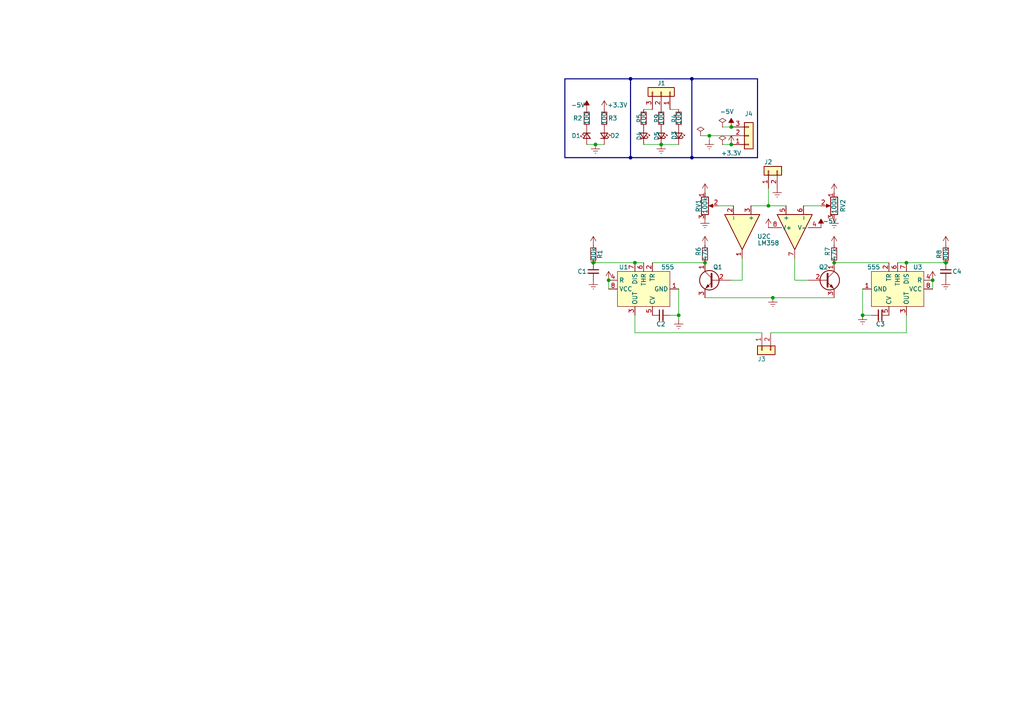
<source format=kicad_sch>
(kicad_sch (version 20211123) (generator eeschema)

  (uuid e63e39d7-6ac0-4ffd-8aa3-1841a4541b55)

  (paper "A4")

  (lib_symbols
    (symbol "Amplifier_Operational:LM358" (pin_names (offset 0.127)) (in_bom yes) (on_board yes)
      (property "Reference" "U" (id 0) (at 0 5.08 0)
        (effects (font (size 1.27 1.27)) (justify left))
      )
      (property "Value" "LM358" (id 1) (at 0 -5.08 0)
        (effects (font (size 1.27 1.27)) (justify left))
      )
      (property "Footprint" "" (id 2) (at 0 0 0)
        (effects (font (size 1.27 1.27)) hide)
      )
      (property "Datasheet" "http://www.ti.com/lit/ds/symlink/lm2904-n.pdf" (id 3) (at 0 0 0)
        (effects (font (size 1.27 1.27)) hide)
      )
      (property "ki_locked" "" (id 4) (at 0 0 0)
        (effects (font (size 1.27 1.27)))
      )
      (property "ki_keywords" "dual opamp" (id 5) (at 0 0 0)
        (effects (font (size 1.27 1.27)) hide)
      )
      (property "ki_description" "Low-Power, Dual Operational Amplifiers, DIP-8/SOIC-8/TO-99-8" (id 6) (at 0 0 0)
        (effects (font (size 1.27 1.27)) hide)
      )
      (property "ki_fp_filters" "SOIC*3.9x4.9mm*P1.27mm* DIP*W7.62mm* TO*99* OnSemi*Micro8* TSSOP*3x3mm*P0.65mm* TSSOP*4.4x3mm*P0.65mm* MSOP*3x3mm*P0.65mm* SSOP*3.9x4.9mm*P0.635mm* LFCSP*2x2mm*P0.5mm* *SIP* SOIC*5.3x6.2mm*P1.27mm*" (id 7) (at 0 0 0)
        (effects (font (size 1.27 1.27)) hide)
      )
      (symbol "LM358_1_1"
        (polyline
          (pts
            (xy -5.08 5.08)
            (xy 5.08 0)
            (xy -5.08 -5.08)
            (xy -5.08 5.08)
          )
          (stroke (width 0.254) (type default) (color 0 0 0 0))
          (fill (type background))
        )
        (pin output line (at 7.62 0 180) (length 2.54)
          (name "~" (effects (font (size 1.27 1.27))))
          (number "1" (effects (font (size 1.27 1.27))))
        )
        (pin input line (at -7.62 -2.54 0) (length 2.54)
          (name "-" (effects (font (size 1.27 1.27))))
          (number "2" (effects (font (size 1.27 1.27))))
        )
        (pin input line (at -7.62 2.54 0) (length 2.54)
          (name "+" (effects (font (size 1.27 1.27))))
          (number "3" (effects (font (size 1.27 1.27))))
        )
      )
      (symbol "LM358_2_1"
        (polyline
          (pts
            (xy -5.08 5.08)
            (xy 5.08 0)
            (xy -5.08 -5.08)
            (xy -5.08 5.08)
          )
          (stroke (width 0.254) (type default) (color 0 0 0 0))
          (fill (type background))
        )
        (pin input line (at -7.62 2.54 0) (length 2.54)
          (name "+" (effects (font (size 1.27 1.27))))
          (number "5" (effects (font (size 1.27 1.27))))
        )
        (pin input line (at -7.62 -2.54 0) (length 2.54)
          (name "-" (effects (font (size 1.27 1.27))))
          (number "6" (effects (font (size 1.27 1.27))))
        )
        (pin output line (at 7.62 0 180) (length 2.54)
          (name "~" (effects (font (size 1.27 1.27))))
          (number "7" (effects (font (size 1.27 1.27))))
        )
      )
      (symbol "LM358_3_1"
        (pin power_in line (at -2.54 -7.62 90) (length 3.81)
          (name "V-" (effects (font (size 1.27 1.27))))
          (number "4" (effects (font (size 1.27 1.27))))
        )
        (pin power_in line (at -2.54 7.62 270) (length 3.81)
          (name "V+" (effects (font (size 1.27 1.27))))
          (number "8" (effects (font (size 1.27 1.27))))
        )
      )
    )
    (symbol "Connector_Generic:Conn_01x02" (pin_names (offset 1.016) hide) (in_bom yes) (on_board yes)
      (property "Reference" "J" (id 0) (at 0 2.54 0)
        (effects (font (size 1.27 1.27)))
      )
      (property "Value" "Conn_01x02" (id 1) (at 0 -5.08 0)
        (effects (font (size 1.27 1.27)))
      )
      (property "Footprint" "" (id 2) (at 0 0 0)
        (effects (font (size 1.27 1.27)) hide)
      )
      (property "Datasheet" "~" (id 3) (at 0 0 0)
        (effects (font (size 1.27 1.27)) hide)
      )
      (property "ki_keywords" "connector" (id 4) (at 0 0 0)
        (effects (font (size 1.27 1.27)) hide)
      )
      (property "ki_description" "Generic connector, single row, 01x02, script generated (kicad-library-utils/schlib/autogen/connector/)" (id 5) (at 0 0 0)
        (effects (font (size 1.27 1.27)) hide)
      )
      (property "ki_fp_filters" "Connector*:*_1x??_*" (id 6) (at 0 0 0)
        (effects (font (size 1.27 1.27)) hide)
      )
      (symbol "Conn_01x02_1_1"
        (rectangle (start -1.27 -2.413) (end 0 -2.667)
          (stroke (width 0.1524) (type default) (color 0 0 0 0))
          (fill (type none))
        )
        (rectangle (start -1.27 0.127) (end 0 -0.127)
          (stroke (width 0.1524) (type default) (color 0 0 0 0))
          (fill (type none))
        )
        (rectangle (start -1.27 1.27) (end 1.27 -3.81)
          (stroke (width 0.254) (type default) (color 0 0 0 0))
          (fill (type background))
        )
        (pin passive line (at -5.08 0 0) (length 3.81)
          (name "Pin_1" (effects (font (size 1.27 1.27))))
          (number "1" (effects (font (size 1.27 1.27))))
        )
        (pin passive line (at -5.08 -2.54 0) (length 3.81)
          (name "Pin_2" (effects (font (size 1.27 1.27))))
          (number "2" (effects (font (size 1.27 1.27))))
        )
      )
    )
    (symbol "Connector_Generic:Conn_01x03" (pin_names (offset 1.016) hide) (in_bom yes) (on_board yes)
      (property "Reference" "J" (id 0) (at 0 5.08 0)
        (effects (font (size 1.27 1.27)))
      )
      (property "Value" "Conn_01x03" (id 1) (at 0 -5.08 0)
        (effects (font (size 1.27 1.27)))
      )
      (property "Footprint" "" (id 2) (at 0 0 0)
        (effects (font (size 1.27 1.27)) hide)
      )
      (property "Datasheet" "~" (id 3) (at 0 0 0)
        (effects (font (size 1.27 1.27)) hide)
      )
      (property "ki_keywords" "connector" (id 4) (at 0 0 0)
        (effects (font (size 1.27 1.27)) hide)
      )
      (property "ki_description" "Generic connector, single row, 01x03, script generated (kicad-library-utils/schlib/autogen/connector/)" (id 5) (at 0 0 0)
        (effects (font (size 1.27 1.27)) hide)
      )
      (property "ki_fp_filters" "Connector*:*_1x??_*" (id 6) (at 0 0 0)
        (effects (font (size 1.27 1.27)) hide)
      )
      (symbol "Conn_01x03_1_1"
        (rectangle (start -1.27 -2.413) (end 0 -2.667)
          (stroke (width 0.1524) (type default) (color 0 0 0 0))
          (fill (type none))
        )
        (rectangle (start -1.27 0.127) (end 0 -0.127)
          (stroke (width 0.1524) (type default) (color 0 0 0 0))
          (fill (type none))
        )
        (rectangle (start -1.27 2.667) (end 0 2.413)
          (stroke (width 0.1524) (type default) (color 0 0 0 0))
          (fill (type none))
        )
        (rectangle (start -1.27 3.81) (end 1.27 -3.81)
          (stroke (width 0.254) (type default) (color 0 0 0 0))
          (fill (type background))
        )
        (pin passive line (at -5.08 2.54 0) (length 3.81)
          (name "Pin_1" (effects (font (size 1.27 1.27))))
          (number "1" (effects (font (size 1.27 1.27))))
        )
        (pin passive line (at -5.08 0 0) (length 3.81)
          (name "Pin_2" (effects (font (size 1.27 1.27))))
          (number "2" (effects (font (size 1.27 1.27))))
        )
        (pin passive line (at -5.08 -2.54 0) (length 3.81)
          (name "Pin_3" (effects (font (size 1.27 1.27))))
          (number "3" (effects (font (size 1.27 1.27))))
        )
      )
    )
    (symbol "Device:C_Small" (pin_numbers hide) (pin_names (offset 0.254) hide) (in_bom yes) (on_board yes)
      (property "Reference" "C" (id 0) (at 0.254 1.778 0)
        (effects (font (size 1.27 1.27)) (justify left))
      )
      (property "Value" "C_Small" (id 1) (at 0.254 -2.032 0)
        (effects (font (size 1.27 1.27)) (justify left))
      )
      (property "Footprint" "" (id 2) (at 0 0 0)
        (effects (font (size 1.27 1.27)) hide)
      )
      (property "Datasheet" "~" (id 3) (at 0 0 0)
        (effects (font (size 1.27 1.27)) hide)
      )
      (property "ki_keywords" "capacitor cap" (id 4) (at 0 0 0)
        (effects (font (size 1.27 1.27)) hide)
      )
      (property "ki_description" "Unpolarized capacitor, small symbol" (id 5) (at 0 0 0)
        (effects (font (size 1.27 1.27)) hide)
      )
      (property "ki_fp_filters" "C_*" (id 6) (at 0 0 0)
        (effects (font (size 1.27 1.27)) hide)
      )
      (symbol "C_Small_0_1"
        (polyline
          (pts
            (xy -1.524 -0.508)
            (xy 1.524 -0.508)
          )
          (stroke (width 0.3302) (type default) (color 0 0 0 0))
          (fill (type none))
        )
        (polyline
          (pts
            (xy -1.524 0.508)
            (xy 1.524 0.508)
          )
          (stroke (width 0.3048) (type default) (color 0 0 0 0))
          (fill (type none))
        )
      )
      (symbol "C_Small_1_1"
        (pin passive line (at 0 2.54 270) (length 2.032)
          (name "~" (effects (font (size 1.27 1.27))))
          (number "1" (effects (font (size 1.27 1.27))))
        )
        (pin passive line (at 0 -2.54 90) (length 2.032)
          (name "~" (effects (font (size 1.27 1.27))))
          (number "2" (effects (font (size 1.27 1.27))))
        )
      )
    )
    (symbol "Device:LED_Small" (pin_numbers hide) (pin_names (offset 0.254) hide) (in_bom yes) (on_board yes)
      (property "Reference" "D" (id 0) (at -1.27 3.175 0)
        (effects (font (size 1.27 1.27)) (justify left))
      )
      (property "Value" "LED_Small" (id 1) (at -4.445 -2.54 0)
        (effects (font (size 1.27 1.27)) (justify left))
      )
      (property "Footprint" "" (id 2) (at 0 0 90)
        (effects (font (size 1.27 1.27)) hide)
      )
      (property "Datasheet" "~" (id 3) (at 0 0 90)
        (effects (font (size 1.27 1.27)) hide)
      )
      (property "ki_keywords" "LED diode light-emitting-diode" (id 4) (at 0 0 0)
        (effects (font (size 1.27 1.27)) hide)
      )
      (property "ki_description" "Light emitting diode, small symbol" (id 5) (at 0 0 0)
        (effects (font (size 1.27 1.27)) hide)
      )
      (property "ki_fp_filters" "LED* LED_SMD:* LED_THT:*" (id 6) (at 0 0 0)
        (effects (font (size 1.27 1.27)) hide)
      )
      (symbol "LED_Small_0_1"
        (polyline
          (pts
            (xy -0.762 -1.016)
            (xy -0.762 1.016)
          )
          (stroke (width 0.254) (type default) (color 0 0 0 0))
          (fill (type none))
        )
        (polyline
          (pts
            (xy 1.016 0)
            (xy -0.762 0)
          )
          (stroke (width 0) (type default) (color 0 0 0 0))
          (fill (type none))
        )
        (polyline
          (pts
            (xy 0.762 -1.016)
            (xy -0.762 0)
            (xy 0.762 1.016)
            (xy 0.762 -1.016)
          )
          (stroke (width 0.254) (type default) (color 0 0 0 0))
          (fill (type none))
        )
        (polyline
          (pts
            (xy 0 0.762)
            (xy -0.508 1.27)
            (xy -0.254 1.27)
            (xy -0.508 1.27)
            (xy -0.508 1.016)
          )
          (stroke (width 0) (type default) (color 0 0 0 0))
          (fill (type none))
        )
        (polyline
          (pts
            (xy 0.508 1.27)
            (xy 0 1.778)
            (xy 0.254 1.778)
            (xy 0 1.778)
            (xy 0 1.524)
          )
          (stroke (width 0) (type default) (color 0 0 0 0))
          (fill (type none))
        )
      )
      (symbol "LED_Small_1_1"
        (pin passive line (at -2.54 0 0) (length 1.778)
          (name "K" (effects (font (size 1.27 1.27))))
          (number "1" (effects (font (size 1.27 1.27))))
        )
        (pin passive line (at 2.54 0 180) (length 1.778)
          (name "A" (effects (font (size 1.27 1.27))))
          (number "2" (effects (font (size 1.27 1.27))))
        )
      )
    )
    (symbol "Device:Q_NPN_CBE" (pin_names (offset 0) hide) (in_bom yes) (on_board yes)
      (property "Reference" "Q" (id 0) (at 5.08 1.27 0)
        (effects (font (size 1.27 1.27)) (justify left))
      )
      (property "Value" "Q_NPN_CBE" (id 1) (at 5.08 -1.27 0)
        (effects (font (size 1.27 1.27)) (justify left))
      )
      (property "Footprint" "" (id 2) (at 5.08 2.54 0)
        (effects (font (size 1.27 1.27)) hide)
      )
      (property "Datasheet" "~" (id 3) (at 0 0 0)
        (effects (font (size 1.27 1.27)) hide)
      )
      (property "ki_keywords" "transistor NPN" (id 4) (at 0 0 0)
        (effects (font (size 1.27 1.27)) hide)
      )
      (property "ki_description" "NPN transistor, collector/base/emitter" (id 5) (at 0 0 0)
        (effects (font (size 1.27 1.27)) hide)
      )
      (symbol "Q_NPN_CBE_0_1"
        (polyline
          (pts
            (xy 0.635 0.635)
            (xy 2.54 2.54)
          )
          (stroke (width 0) (type default) (color 0 0 0 0))
          (fill (type none))
        )
        (polyline
          (pts
            (xy 0.635 -0.635)
            (xy 2.54 -2.54)
            (xy 2.54 -2.54)
          )
          (stroke (width 0) (type default) (color 0 0 0 0))
          (fill (type none))
        )
        (polyline
          (pts
            (xy 0.635 1.905)
            (xy 0.635 -1.905)
            (xy 0.635 -1.905)
          )
          (stroke (width 0.508) (type default) (color 0 0 0 0))
          (fill (type none))
        )
        (polyline
          (pts
            (xy 1.27 -1.778)
            (xy 1.778 -1.27)
            (xy 2.286 -2.286)
            (xy 1.27 -1.778)
            (xy 1.27 -1.778)
          )
          (stroke (width 0) (type default) (color 0 0 0 0))
          (fill (type outline))
        )
        (circle (center 1.27 0) (radius 2.8194)
          (stroke (width 0.254) (type default) (color 0 0 0 0))
          (fill (type none))
        )
      )
      (symbol "Q_NPN_CBE_1_1"
        (pin passive line (at 2.54 5.08 270) (length 2.54)
          (name "C" (effects (font (size 1.27 1.27))))
          (number "1" (effects (font (size 1.27 1.27))))
        )
        (pin input line (at -5.08 0 0) (length 5.715)
          (name "B" (effects (font (size 1.27 1.27))))
          (number "2" (effects (font (size 1.27 1.27))))
        )
        (pin passive line (at 2.54 -5.08 90) (length 2.54)
          (name "E" (effects (font (size 1.27 1.27))))
          (number "3" (effects (font (size 1.27 1.27))))
        )
      )
    )
    (symbol "Device:R_Potentiometer" (pin_names (offset 1.016) hide) (in_bom yes) (on_board yes)
      (property "Reference" "RV" (id 0) (at -4.445 0 90)
        (effects (font (size 1.27 1.27)))
      )
      (property "Value" "R_Potentiometer" (id 1) (at -2.54 0 90)
        (effects (font (size 1.27 1.27)))
      )
      (property "Footprint" "" (id 2) (at 0 0 0)
        (effects (font (size 1.27 1.27)) hide)
      )
      (property "Datasheet" "~" (id 3) (at 0 0 0)
        (effects (font (size 1.27 1.27)) hide)
      )
      (property "ki_keywords" "resistor variable" (id 4) (at 0 0 0)
        (effects (font (size 1.27 1.27)) hide)
      )
      (property "ki_description" "Potentiometer" (id 5) (at 0 0 0)
        (effects (font (size 1.27 1.27)) hide)
      )
      (property "ki_fp_filters" "Potentiometer*" (id 6) (at 0 0 0)
        (effects (font (size 1.27 1.27)) hide)
      )
      (symbol "R_Potentiometer_0_1"
        (polyline
          (pts
            (xy 2.54 0)
            (xy 1.524 0)
          )
          (stroke (width 0) (type default) (color 0 0 0 0))
          (fill (type none))
        )
        (polyline
          (pts
            (xy 1.143 0)
            (xy 2.286 0.508)
            (xy 2.286 -0.508)
            (xy 1.143 0)
          )
          (stroke (width 0) (type default) (color 0 0 0 0))
          (fill (type outline))
        )
        (rectangle (start 1.016 2.54) (end -1.016 -2.54)
          (stroke (width 0.254) (type default) (color 0 0 0 0))
          (fill (type none))
        )
      )
      (symbol "R_Potentiometer_1_1"
        (pin passive line (at 0 3.81 270) (length 1.27)
          (name "1" (effects (font (size 1.27 1.27))))
          (number "1" (effects (font (size 1.27 1.27))))
        )
        (pin passive line (at 3.81 0 180) (length 1.27)
          (name "2" (effects (font (size 1.27 1.27))))
          (number "2" (effects (font (size 1.27 1.27))))
        )
        (pin passive line (at 0 -3.81 90) (length 1.27)
          (name "3" (effects (font (size 1.27 1.27))))
          (number "3" (effects (font (size 1.27 1.27))))
        )
      )
    )
    (symbol "Device:R_Small" (pin_numbers hide) (pin_names (offset 0.254) hide) (in_bom yes) (on_board yes)
      (property "Reference" "R" (id 0) (at 0.762 0.508 0)
        (effects (font (size 1.27 1.27)) (justify left))
      )
      (property "Value" "R_Small" (id 1) (at 0.762 -1.016 0)
        (effects (font (size 1.27 1.27)) (justify left))
      )
      (property "Footprint" "" (id 2) (at 0 0 0)
        (effects (font (size 1.27 1.27)) hide)
      )
      (property "Datasheet" "~" (id 3) (at 0 0 0)
        (effects (font (size 1.27 1.27)) hide)
      )
      (property "ki_keywords" "R resistor" (id 4) (at 0 0 0)
        (effects (font (size 1.27 1.27)) hide)
      )
      (property "ki_description" "Resistor, small symbol" (id 5) (at 0 0 0)
        (effects (font (size 1.27 1.27)) hide)
      )
      (property "ki_fp_filters" "R_*" (id 6) (at 0 0 0)
        (effects (font (size 1.27 1.27)) hide)
      )
      (symbol "R_Small_0_1"
        (rectangle (start -0.762 1.778) (end 0.762 -1.778)
          (stroke (width 0.2032) (type default) (color 0 0 0 0))
          (fill (type none))
        )
      )
      (symbol "R_Small_1_1"
        (pin passive line (at 0 2.54 270) (length 0.762)
          (name "~" (effects (font (size 1.27 1.27))))
          (number "1" (effects (font (size 1.27 1.27))))
        )
        (pin passive line (at 0 -2.54 90) (length 0.762)
          (name "~" (effects (font (size 1.27 1.27))))
          (number "2" (effects (font (size 1.27 1.27))))
        )
      )
    )
    (symbol "Rise:555" (in_bom yes) (on_board yes)
      (property "Reference" "U" (id 0) (at -5.08 3.81 0)
        (effects (font (size 1.27 1.27)))
      )
      (property "Value" "555" (id 1) (at 3.175 3.81 0)
        (effects (font (size 1.27 1.27)))
      )
      (property "Footprint" "" (id 2) (at 0 2.54 0)
        (effects (font (size 1.27 1.27)) hide)
      )
      (property "Datasheet" "" (id 3) (at 0 2.54 0)
        (effects (font (size 1.27 1.27)) hide)
      )
      (symbol "555_0_1"
        (rectangle (start -5.08 2.54) (end 5.08 -12.7)
          (stroke (width 0) (type default) (color 0 0 0 0))
          (fill (type background))
        )
      )
      (symbol "555_1_1"
        (pin input line (at 0 -15.24 90) (length 2.54)
          (name "GND" (effects (font (size 1.27 1.27))))
          (number "1" (effects (font (size 1.27 1.27))))
        )
        (pin input line (at -7.62 -7.62 0) (length 2.54)
          (name "TR" (effects (font (size 1.27 1.27))))
          (number "2" (effects (font (size 1.27 1.27))))
        )
        (pin input line (at 7.62 -2.54 180) (length 2.54)
          (name "OUT" (effects (font (size 1.27 1.27))))
          (number "3" (effects (font (size 1.27 1.27))))
        )
        (pin input line (at -2.54 5.08 270) (length 2.54)
          (name "R" (effects (font (size 1.27 1.27))))
          (number "4" (effects (font (size 1.27 1.27))))
        )
        (pin input line (at 7.62 -7.62 180) (length 2.54)
          (name "CV" (effects (font (size 1.27 1.27))))
          (number "5" (effects (font (size 1.27 1.27))))
        )
        (pin input line (at -7.62 -5.08 0) (length 2.54)
          (name "THR" (effects (font (size 1.27 1.27))))
          (number "6" (effects (font (size 1.27 1.27))))
        )
        (pin input line (at -7.62 -2.54 0) (length 2.54)
          (name "DIS" (effects (font (size 1.27 1.27))))
          (number "7" (effects (font (size 1.27 1.27))))
        )
        (pin input line (at 0 5.08 270) (length 2.54)
          (name "VCC" (effects (font (size 1.27 1.27))))
          (number "8" (effects (font (size 1.27 1.27))))
        )
      )
    )
    (symbol "power:+3.3V" (power) (pin_names (offset 0)) (in_bom yes) (on_board yes)
      (property "Reference" "#PWR" (id 0) (at 0 -3.81 0)
        (effects (font (size 1.27 1.27)) hide)
      )
      (property "Value" "+3.3V" (id 1) (at 0 3.556 0)
        (effects (font (size 1.27 1.27)))
      )
      (property "Footprint" "" (id 2) (at 0 0 0)
        (effects (font (size 1.27 1.27)) hide)
      )
      (property "Datasheet" "" (id 3) (at 0 0 0)
        (effects (font (size 1.27 1.27)) hide)
      )
      (property "ki_keywords" "power-flag" (id 4) (at 0 0 0)
        (effects (font (size 1.27 1.27)) hide)
      )
      (property "ki_description" "Power symbol creates a global label with name \"+3.3V\"" (id 5) (at 0 0 0)
        (effects (font (size 1.27 1.27)) hide)
      )
      (symbol "+3.3V_0_1"
        (polyline
          (pts
            (xy -0.762 1.27)
            (xy 0 2.54)
          )
          (stroke (width 0) (type default) (color 0 0 0 0))
          (fill (type none))
        )
        (polyline
          (pts
            (xy 0 0)
            (xy 0 2.54)
          )
          (stroke (width 0) (type default) (color 0 0 0 0))
          (fill (type none))
        )
        (polyline
          (pts
            (xy 0 2.54)
            (xy 0.762 1.27)
          )
          (stroke (width 0) (type default) (color 0 0 0 0))
          (fill (type none))
        )
      )
      (symbol "+3.3V_1_1"
        (pin power_in line (at 0 0 90) (length 0) hide
          (name "+3.3V" (effects (font (size 1.27 1.27))))
          (number "1" (effects (font (size 1.27 1.27))))
        )
      )
    )
    (symbol "power:-5V" (power) (pin_names (offset 0)) (in_bom yes) (on_board yes)
      (property "Reference" "#PWR" (id 0) (at 0 2.54 0)
        (effects (font (size 1.27 1.27)) hide)
      )
      (property "Value" "-5V" (id 1) (at 0 3.81 0)
        (effects (font (size 1.27 1.27)))
      )
      (property "Footprint" "" (id 2) (at 0 0 0)
        (effects (font (size 1.27 1.27)) hide)
      )
      (property "Datasheet" "" (id 3) (at 0 0 0)
        (effects (font (size 1.27 1.27)) hide)
      )
      (property "ki_keywords" "power-flag" (id 4) (at 0 0 0)
        (effects (font (size 1.27 1.27)) hide)
      )
      (property "ki_description" "Power symbol creates a global label with name \"-5V\"" (id 5) (at 0 0 0)
        (effects (font (size 1.27 1.27)) hide)
      )
      (symbol "-5V_0_0"
        (pin power_in line (at 0 0 90) (length 0) hide
          (name "-5V" (effects (font (size 1.27 1.27))))
          (number "1" (effects (font (size 1.27 1.27))))
        )
      )
      (symbol "-5V_0_1"
        (polyline
          (pts
            (xy 0 0)
            (xy 0 1.27)
            (xy 0.762 1.27)
            (xy 0 2.54)
            (xy -0.762 1.27)
            (xy 0 1.27)
          )
          (stroke (width 0) (type default) (color 0 0 0 0))
          (fill (type outline))
        )
      )
    )
    (symbol "power:Earth" (power) (pin_names (offset 0)) (in_bom yes) (on_board yes)
      (property "Reference" "#PWR" (id 0) (at 0 -6.35 0)
        (effects (font (size 1.27 1.27)) hide)
      )
      (property "Value" "Earth" (id 1) (at 0 -3.81 0)
        (effects (font (size 1.27 1.27)) hide)
      )
      (property "Footprint" "" (id 2) (at 0 0 0)
        (effects (font (size 1.27 1.27)) hide)
      )
      (property "Datasheet" "~" (id 3) (at 0 0 0)
        (effects (font (size 1.27 1.27)) hide)
      )
      (property "ki_keywords" "power-flag ground gnd" (id 4) (at 0 0 0)
        (effects (font (size 1.27 1.27)) hide)
      )
      (property "ki_description" "Power symbol creates a global label with name \"Earth\"" (id 5) (at 0 0 0)
        (effects (font (size 1.27 1.27)) hide)
      )
      (symbol "Earth_0_1"
        (polyline
          (pts
            (xy -0.635 -1.905)
            (xy 0.635 -1.905)
          )
          (stroke (width 0) (type default) (color 0 0 0 0))
          (fill (type none))
        )
        (polyline
          (pts
            (xy -0.127 -2.54)
            (xy 0.127 -2.54)
          )
          (stroke (width 0) (type default) (color 0 0 0 0))
          (fill (type none))
        )
        (polyline
          (pts
            (xy 0 -1.27)
            (xy 0 0)
          )
          (stroke (width 0) (type default) (color 0 0 0 0))
          (fill (type none))
        )
        (polyline
          (pts
            (xy 1.27 -1.27)
            (xy -1.27 -1.27)
          )
          (stroke (width 0) (type default) (color 0 0 0 0))
          (fill (type none))
        )
      )
      (symbol "Earth_1_1"
        (pin power_in line (at 0 0 270) (length 0) hide
          (name "Earth" (effects (font (size 1.27 1.27))))
          (number "1" (effects (font (size 1.27 1.27))))
        )
      )
    )
    (symbol "power:PWR_FLAG" (power) (pin_numbers hide) (pin_names (offset 0) hide) (in_bom yes) (on_board yes)
      (property "Reference" "#FLG" (id 0) (at 0 1.905 0)
        (effects (font (size 1.27 1.27)) hide)
      )
      (property "Value" "PWR_FLAG" (id 1) (at 0 3.81 0)
        (effects (font (size 1.27 1.27)))
      )
      (property "Footprint" "" (id 2) (at 0 0 0)
        (effects (font (size 1.27 1.27)) hide)
      )
      (property "Datasheet" "~" (id 3) (at 0 0 0)
        (effects (font (size 1.27 1.27)) hide)
      )
      (property "ki_keywords" "power-flag" (id 4) (at 0 0 0)
        (effects (font (size 1.27 1.27)) hide)
      )
      (property "ki_description" "Special symbol for telling ERC where power comes from" (id 5) (at 0 0 0)
        (effects (font (size 1.27 1.27)) hide)
      )
      (symbol "PWR_FLAG_0_0"
        (pin power_out line (at 0 0 90) (length 0)
          (name "pwr" (effects (font (size 1.27 1.27))))
          (number "1" (effects (font (size 1.27 1.27))))
        )
      )
      (symbol "PWR_FLAG_0_1"
        (polyline
          (pts
            (xy 0 0)
            (xy 0 1.27)
            (xy -1.016 1.905)
            (xy 0 2.54)
            (xy 1.016 1.905)
            (xy 0 1.27)
          )
          (stroke (width 0) (type default) (color 0 0 0 0))
          (fill (type none))
        )
      )
    )
  )

  (junction (at 172.72 41.91) (diameter 0) (color 0 0 0 0)
    (uuid 1858008d-b869-4daa-98b9-0f3f895725d0)
  )
  (junction (at 196.85 91.44) (diameter 0) (color 0 0 0 0)
    (uuid 1f246696-2aa6-4ff7-941a-21abac302e27)
  )
  (junction (at 224.155 86.36) (diameter 0) (color 0 0 0 0)
    (uuid 36b6dd4d-52e6-41a1-871e-1e64f6718cd2)
  )
  (junction (at 212.09 41.91) (diameter 0) (color 0 0 0 0)
    (uuid 36dd7e98-2bf1-4d3f-a3f4-692acc5204a2)
  )
  (junction (at 205.74 39.37) (diameter 0) (color 0 0 0 0)
    (uuid 559c087c-b966-4e5d-8571-43155494c85d)
  )
  (junction (at 204.47 76.2) (diameter 0) (color 0 0 0 0)
    (uuid 561a5398-6c8f-4ab1-9703-47637372a56a)
  )
  (junction (at 241.935 76.2) (diameter 0) (color 0 0 0 0)
    (uuid 5b413e67-ea84-4a4c-8827-49d636551a4f)
  )
  (junction (at 222.885 59.69) (diameter 0) (color 0 0 0 0)
    (uuid 6e9613ae-7127-4cee-8ef6-fb1da28d0752)
  )
  (junction (at 176.53 81.28) (diameter 0) (color 0 0 0 0)
    (uuid 7041eafe-0a53-4222-b8cf-f51fccae9ce3)
  )
  (junction (at 200.66 22.86) (diameter 0) (color 0 0 0 0)
    (uuid 74edc1e8-490b-4f32-bc7c-bbfe59a95332)
  )
  (junction (at 172.085 76.2) (diameter 0) (color 0 0 0 0)
    (uuid 80d76bcf-ab9b-4214-82e6-298f754463d6)
  )
  (junction (at 250.19 91.44) (diameter 0) (color 0 0 0 0)
    (uuid 8c34bb47-e49c-4cc0-a34f-1d13f9333bdd)
  )
  (junction (at 212.09 36.83) (diameter 0) (color 0 0 0 0)
    (uuid 967fa3f2-da15-458f-aef6-ad0ecde35d35)
  )
  (junction (at 184.15 76.2) (diameter 0) (color 0 0 0 0)
    (uuid b5d30278-0669-4cdf-88f6-94ee35b7f484)
  )
  (junction (at 274.32 76.2) (diameter 0) (color 0 0 0 0)
    (uuid daab160e-a0c7-4b72-8943-099a4bb11354)
  )
  (junction (at 191.77 41.91) (diameter 0) (color 0 0 0 0)
    (uuid dfce2b6e-6fab-4ed1-bf95-d4763566d316)
  )
  (junction (at 200.66 45.72) (diameter 0) (color 0 0 0 0)
    (uuid e7c4606f-b7fb-4497-a159-684afd2b2507)
  )
  (junction (at 262.89 76.2) (diameter 0) (color 0 0 0 0)
    (uuid ea7b2835-2c03-4549-ac32-a8ed26c9e9df)
  )
  (junction (at 182.88 45.72) (diameter 0) (color 0 0 0 0)
    (uuid f1471e0e-f89e-4278-83e0-ad16d6423279)
  )
  (junction (at 270.51 81.28) (diameter 0) (color 0 0 0 0)
    (uuid fd304e8f-c870-4d72-a481-eda4a95349be)
  )
  (junction (at 182.88 22.86) (diameter 0) (color 0 0 0 0)
    (uuid fe2e8f76-efd8-408d-a4a4-feab865ea955)
  )

  (wire (pts (xy 223.52 96.52) (xy 262.89 96.52))
    (stroke (width 0) (type default) (color 0 0 0 0))
    (uuid 0236f228-b5f5-4647-9e26-e6e0f46b693a)
  )
  (wire (pts (xy 217.805 59.69) (xy 222.885 59.69))
    (stroke (width 0) (type default) (color 0 0 0 0))
    (uuid 10a509e6-6f22-4732-84d4-b154082c7b49)
  )
  (wire (pts (xy 184.15 96.52) (xy 220.98 96.52))
    (stroke (width 0) (type default) (color 0 0 0 0))
    (uuid 17bcef99-a464-4ab6-a17f-175934bfda9c)
  )
  (wire (pts (xy 215.265 74.93) (xy 215.265 81.28))
    (stroke (width 0) (type default) (color 0 0 0 0))
    (uuid 213caa55-183c-4d67-b630-c66d51042b4d)
  )
  (wire (pts (xy 172.085 76.2) (xy 184.15 76.2))
    (stroke (width 0) (type default) (color 0 0 0 0))
    (uuid 2575544e-1ee3-47e5-adb6-a0cb56b39500)
  )
  (wire (pts (xy 212.09 39.37) (xy 205.74 39.37))
    (stroke (width 0) (type default) (color 0 0 0 0))
    (uuid 28f2f757-d35d-4ade-a7c6-e605470ba693)
  )
  (wire (pts (xy 241.935 76.2) (xy 257.81 76.2))
    (stroke (width 0) (type default) (color 0 0 0 0))
    (uuid 2aa23d84-35dd-4dd4-97ea-7558946cd426)
  )
  (wire (pts (xy 262.89 76.2) (xy 274.32 76.2))
    (stroke (width 0) (type default) (color 0 0 0 0))
    (uuid 30ec4cc8-4efa-4b0e-b38c-729533bae5b8)
  )
  (wire (pts (xy 184.15 91.44) (xy 184.15 96.52))
    (stroke (width 0) (type default) (color 0 0 0 0))
    (uuid 3bac0988-2815-4eb0-96e3-342e9bd579e7)
  )
  (bus (pts (xy 163.83 22.86) (xy 182.88 22.86))
    (stroke (width 0) (type default) (color 0 0 0 0))
    (uuid 3e33d221-7ef1-4d1a-9861-5b908589994d)
  )

  (wire (pts (xy 262.89 76.2) (xy 260.35 76.2))
    (stroke (width 0) (type default) (color 0 0 0 0))
    (uuid 3f421ec7-c8d8-4f8d-b3ae-0eca394a9e0d)
  )
  (wire (pts (xy 196.85 91.44) (xy 196.85 92.71))
    (stroke (width 0) (type default) (color 0 0 0 0))
    (uuid 41dd76c3-e075-4c2c-8845-f52a8414f3e1)
  )
  (wire (pts (xy 184.15 76.2) (xy 186.69 76.2))
    (stroke (width 0) (type default) (color 0 0 0 0))
    (uuid 464f76de-d201-4a52-860c-9cd89c1c8f79)
  )
  (bus (pts (xy 200.66 22.86) (xy 200.66 45.72))
    (stroke (width 0) (type default) (color 0 0 0 0))
    (uuid 502ec79c-05d1-4bac-a3ab-a98be713fc08)
  )
  (bus (pts (xy 219.71 45.72) (xy 200.66 45.72))
    (stroke (width 0) (type default) (color 0 0 0 0))
    (uuid 5163d30e-aaa2-4aa4-ade5-56a7daec006e)
  )

  (wire (pts (xy 186.69 41.91) (xy 191.77 41.91))
    (stroke (width 0) (type default) (color 0 0 0 0))
    (uuid 5578f3f2-f1c7-4d6c-9b08-53f3a54c7661)
  )
  (bus (pts (xy 163.83 22.86) (xy 163.83 45.72))
    (stroke (width 0) (type default) (color 0 0 0 0))
    (uuid 66dd9f20-9cb8-4fb6-9ca6-011f15ee22c1)
  )

  (wire (pts (xy 222.885 54.61) (xy 222.885 59.69))
    (stroke (width 0) (type default) (color 0 0 0 0))
    (uuid 68eb8788-0417-47fd-a2c3-675e262f5cba)
  )
  (bus (pts (xy 163.83 45.72) (xy 182.88 45.72))
    (stroke (width 0) (type default) (color 0 0 0 0))
    (uuid 76d17512-83f6-4adc-a52d-e4887584cac6)
  )
  (bus (pts (xy 219.71 22.86) (xy 219.71 45.72))
    (stroke (width 0) (type default) (color 0 0 0 0))
    (uuid 7b121717-699b-43ce-a676-e455f989fafb)
  )

  (wire (pts (xy 230.505 81.28) (xy 234.315 81.28))
    (stroke (width 0) (type default) (color 0 0 0 0))
    (uuid 7e54d313-9ca4-43d7-9fd0-67e5e1133600)
  )
  (bus (pts (xy 200.66 22.86) (xy 219.71 22.86))
    (stroke (width 0) (type default) (color 0 0 0 0))
    (uuid 82ebe518-7fe8-4b6a-b3d0-3c23baa44aad)
  )

  (wire (pts (xy 186.69 31.75) (xy 189.23 31.75))
    (stroke (width 0) (type default) (color 0 0 0 0))
    (uuid 8331b7e1-10b9-4179-a3ef-b6588ebde462)
  )
  (wire (pts (xy 270.51 81.28) (xy 270.51 83.82))
    (stroke (width 0) (type default) (color 0 0 0 0))
    (uuid 8a48dde4-8e7e-46ea-b07a-2d540ada3900)
  )
  (wire (pts (xy 262.89 91.44) (xy 262.89 96.52))
    (stroke (width 0) (type default) (color 0 0 0 0))
    (uuid 8a59bb33-4544-46db-ad54-daed2684fcc7)
  )
  (bus (pts (xy 182.88 22.86) (xy 200.66 22.86))
    (stroke (width 0) (type default) (color 0 0 0 0))
    (uuid 9efb9f79-37ad-4a8e-994d-0277eb4ede0f)
  )

  (wire (pts (xy 205.74 39.37) (xy 205.74 40.64))
    (stroke (width 0) (type default) (color 0 0 0 0))
    (uuid a403b7ba-4f6e-4ddc-9b0d-0272dd53c8b1)
  )
  (wire (pts (xy 196.85 31.75) (xy 194.31 31.75))
    (stroke (width 0) (type default) (color 0 0 0 0))
    (uuid abf59b5d-6ab1-4572-9f11-6b8e62f29f85)
  )
  (wire (pts (xy 252.73 91.44) (xy 250.19 91.44))
    (stroke (width 0) (type default) (color 0 0 0 0))
    (uuid ae846650-aaf9-4a91-8660-1174b69b335d)
  )
  (wire (pts (xy 176.53 81.28) (xy 176.53 83.82))
    (stroke (width 0) (type default) (color 0 0 0 0))
    (uuid b3a5632a-1486-4c4f-b01b-d681baa059e5)
  )
  (wire (pts (xy 170.18 41.91) (xy 172.72 41.91))
    (stroke (width 0) (type default) (color 0 0 0 0))
    (uuid b90bf4a1-e1e9-4c1f-915e-bafb0d4074ff)
  )
  (wire (pts (xy 208.28 59.69) (xy 212.725 59.69))
    (stroke (width 0) (type default) (color 0 0 0 0))
    (uuid bb1f4d3b-b8ac-4e06-a736-5b7bdaeb5b0c)
  )
  (bus (pts (xy 182.88 45.72) (xy 182.88 22.86))
    (stroke (width 0) (type default) (color 0 0 0 0))
    (uuid bd8c1242-d480-47de-9026-4b0fc2792f3b)
  )

  (wire (pts (xy 250.19 91.44) (xy 250.19 83.82))
    (stroke (width 0) (type default) (color 0 0 0 0))
    (uuid bef48f4d-7eaf-408c-8d04-d562ecdb906e)
  )
  (wire (pts (xy 189.23 76.2) (xy 204.47 76.2))
    (stroke (width 0) (type default) (color 0 0 0 0))
    (uuid c127482d-a0a7-48bb-ad98-29626a209100)
  )
  (wire (pts (xy 191.77 41.91) (xy 196.85 41.91))
    (stroke (width 0) (type default) (color 0 0 0 0))
    (uuid c224d168-33be-4fcd-baf8-8e6a5a1e9199)
  )
  (wire (pts (xy 233.045 59.69) (xy 238.125 59.69))
    (stroke (width 0) (type default) (color 0 0 0 0))
    (uuid cb2383e6-444d-4481-adea-d278dc27b3e2)
  )
  (wire (pts (xy 212.09 41.91) (xy 209.55 41.91))
    (stroke (width 0) (type default) (color 0 0 0 0))
    (uuid cd368503-9936-42b0-82a6-17c2eb07dab0)
  )
  (wire (pts (xy 204.47 86.36) (xy 224.155 86.36))
    (stroke (width 0) (type default) (color 0 0 0 0))
    (uuid d05c439b-ac7d-4709-bc7b-5f0c82276bfa)
  )
  (wire (pts (xy 203.2 39.37) (xy 205.74 39.37))
    (stroke (width 0) (type default) (color 0 0 0 0))
    (uuid d1263595-bce7-4525-8960-d6aae5799f30)
  )
  (wire (pts (xy 212.09 81.28) (xy 215.265 81.28))
    (stroke (width 0) (type default) (color 0 0 0 0))
    (uuid d1cb127d-3654-4194-9b4d-939c3821ecd5)
  )
  (bus (pts (xy 200.66 45.72) (xy 182.88 45.72))
    (stroke (width 0) (type default) (color 0 0 0 0))
    (uuid d299eac3-c19e-450f-8c35-59e9e6d31f3d)
  )

  (wire (pts (xy 222.885 59.69) (xy 227.965 59.69))
    (stroke (width 0) (type default) (color 0 0 0 0))
    (uuid d64ae3db-9eec-49eb-98fa-b056b0095ab6)
  )
  (wire (pts (xy 209.55 36.83) (xy 212.09 36.83))
    (stroke (width 0) (type default) (color 0 0 0 0))
    (uuid dfcaad9a-469a-4f3e-89af-5a60c7136b2f)
  )
  (wire (pts (xy 172.72 41.91) (xy 175.26 41.91))
    (stroke (width 0) (type default) (color 0 0 0 0))
    (uuid dffecfa9-fc80-4e80-b544-455bfd86b534)
  )
  (wire (pts (xy 230.505 74.93) (xy 230.505 81.28))
    (stroke (width 0) (type default) (color 0 0 0 0))
    (uuid e1d2da9a-cd80-4cdf-b63a-1e9b14559a72)
  )
  (wire (pts (xy 194.31 91.44) (xy 196.85 91.44))
    (stroke (width 0) (type default) (color 0 0 0 0))
    (uuid e9d3be75-228f-4a67-b1a2-7299ec3e7860)
  )
  (wire (pts (xy 224.155 86.36) (xy 241.935 86.36))
    (stroke (width 0) (type default) (color 0 0 0 0))
    (uuid eedcd27a-3593-4fa9-84a6-d0ed8a81f2ce)
  )
  (wire (pts (xy 196.85 83.82) (xy 196.85 91.44))
    (stroke (width 0) (type default) (color 0 0 0 0))
    (uuid f295c3e3-1895-4103-adb1-a73d55e45c63)
  )

  (symbol (lib_id "power:+3.3V") (at 204.47 71.12 0) (unit 1)
    (in_bom yes) (on_board yes)
    (uuid 027cf8dc-4f40-4511-87f5-de8b8d39f430)
    (property "Reference" "#PWR011" (id 0) (at 204.47 74.93 0)
      (effects (font (size 1.27 1.27)) hide)
    )
    (property "Value" "+3.3V" (id 1) (at 201.295 68.58 0)
      (effects (font (size 1.27 1.27)) hide)
    )
    (property "Footprint" "" (id 2) (at 204.47 71.12 0)
      (effects (font (size 1.27 1.27)) hide)
    )
    (property "Datasheet" "" (id 3) (at 204.47 71.12 0)
      (effects (font (size 1.27 1.27)) hide)
    )
    (pin "1" (uuid 856b7f1f-db7b-4499-9de3-b162499af448))
  )

  (symbol (lib_id "Amplifier_Operational:LM358") (at 230.505 67.31 90) (mirror x) (unit 2)
    (in_bom yes) (on_board yes) (fields_autoplaced)
    (uuid 02be89d0-9a9d-4e85-b8a1-3923dc173783)
    (property "Reference" "U2" (id 0) (at 224.155 66.0399 90)
      (effects (font (size 1.27 1.27)) (justify left) hide)
    )
    (property "Value" "LM358" (id 1) (at 224.155 68.5799 90)
      (effects (font (size 1.27 1.27)) (justify left) hide)
    )
    (property "Footprint" "Package_DIP:DIP-8_W7.62mm" (id 2) (at 230.505 67.31 0)
      (effects (font (size 1.27 1.27)) hide)
    )
    (property "Datasheet" "http://www.ti.com/lit/ds/symlink/lm2904-n.pdf" (id 3) (at 230.505 67.31 0)
      (effects (font (size 1.27 1.27)) hide)
    )
    (pin "1" (uuid 1a60046b-8487-4ae0-8b3f-870cb0d99274))
    (pin "2" (uuid b6f40170-07ba-433b-b35a-553f6ac528ae))
    (pin "3" (uuid 854f4387-3ca1-4ede-a296-fb94988ed5ae))
    (pin "5" (uuid 65bbaae6-69e9-4ca4-83be-d5aab0f8751c))
    (pin "6" (uuid 73de1ab7-c5d7-4863-8d4f-289654839ef6))
    (pin "7" (uuid e9ddd26e-e60d-4701-9886-0683f7492851))
    (pin "4" (uuid d0e2e7fe-025e-4ae5-962a-adf95f9ffcbb))
    (pin "8" (uuid d504fe51-c10c-4d87-b7b9-9278fd5b63a3))
  )

  (symbol (lib_id "Device:R_Potentiometer") (at 241.935 59.69 0) (mirror y) (unit 1)
    (in_bom yes) (on_board yes)
    (uuid 0414bc62-ff24-4118-874d-2dc76aab7cce)
    (property "Reference" "RV2" (id 0) (at 244.475 57.785 90)
      (effects (font (size 1.27 1.27)) (justify right))
    )
    (property "Value" "100k" (id 1) (at 241.935 57.15 90)
      (effects (font (size 1.27 1.27)) (justify right))
    )
    (property "Footprint" "Potentiometer_THT:Potentiometer_Vishay_T73XW_Horizontal" (id 2) (at 241.935 59.69 0)
      (effects (font (size 1.27 1.27)) hide)
    )
    (property "Datasheet" "~" (id 3) (at 241.935 59.69 0)
      (effects (font (size 1.27 1.27)) hide)
    )
    (pin "1" (uuid 5b18e361-5d33-47ec-bec1-63d5c3c63cdd))
    (pin "2" (uuid ee7ffb8b-2b11-41df-8415-b47aea23c06c))
    (pin "3" (uuid 2e8e8f9e-4bd9-4ab1-94b1-6d77576682e3))
  )

  (symbol (lib_id "Device:C_Small") (at 191.77 91.44 90) (mirror x) (unit 1)
    (in_bom yes) (on_board yes)
    (uuid 0b181749-f078-4fcb-b2f9-c9cb2b78ae38)
    (property "Reference" "C2" (id 0) (at 193.04 93.98 90)
      (effects (font (size 1.27 1.27)) (justify left))
    )
    (property "Value" "10nF" (id 1) (at 193.0462 93.98 0)
      (effects (font (size 1.27 1.27)) (justify left) hide)
    )
    (property "Footprint" "Capacitor_THT:C_Disc_D4.3mm_W1.9mm_P5.00mm" (id 2) (at 191.77 91.44 0)
      (effects (font (size 1.27 1.27)) hide)
    )
    (property "Datasheet" "~" (id 3) (at 191.77 91.44 0)
      (effects (font (size 1.27 1.27)) hide)
    )
    (pin "1" (uuid 2350ba24-3b05-4fa4-8d06-1c82a851c26e))
    (pin "2" (uuid 330a16d6-7567-43a3-af8a-ce54583feef9))
  )

  (symbol (lib_id "Device:R_Small") (at 241.935 73.66 0) (unit 1)
    (in_bom yes) (on_board yes)
    (uuid 0e15c23c-dccf-44f8-b5d6-d52ef1f6de55)
    (property "Reference" "R7" (id 0) (at 240.03 74.295 90)
      (effects (font (size 1.27 1.27)) (justify left))
    )
    (property "Value" "47k" (id 1) (at 241.935 75.565 90)
      (effects (font (size 1.27 1.27)) (justify left))
    )
    (property "Footprint" "Resistor_THT:R_Axial_DIN0204_L3.6mm_D1.6mm_P5.08mm_Horizontal" (id 2) (at 241.935 73.66 0)
      (effects (font (size 1.27 1.27)) hide)
    )
    (property "Datasheet" "~" (id 3) (at 241.935 73.66 0)
      (effects (font (size 1.27 1.27)) hide)
    )
    (pin "1" (uuid 9599a350-3088-4668-afde-1ada9d55c743))
    (pin "2" (uuid 66809710-e2eb-4c3b-b64b-70fba66f3cf4))
  )

  (symbol (lib_id "power:PWR_FLAG") (at 203.2 39.37 0) (unit 1)
    (in_bom yes) (on_board yes) (fields_autoplaced)
    (uuid 14946fab-8643-402b-b208-d47633aad4a6)
    (property "Reference" "#FLG01" (id 0) (at 203.2 37.465 0)
      (effects (font (size 1.27 1.27)) hide)
    )
    (property "Value" "PWR_FLAG" (id 1) (at 203.2 34.29 0)
      (effects (font (size 1.27 1.27)) hide)
    )
    (property "Footprint" "" (id 2) (at 203.2 39.37 0)
      (effects (font (size 1.27 1.27)) hide)
    )
    (property "Datasheet" "~" (id 3) (at 203.2 39.37 0)
      (effects (font (size 1.27 1.27)) hide)
    )
    (pin "1" (uuid 3c4a8389-544e-4ad8-a053-7a483481468b))
  )

  (symbol (lib_id "power:-5V") (at 238.125 66.04 0) (unit 1)
    (in_bom yes) (on_board yes)
    (uuid 156c0f8e-abdf-4a0e-b50a-ceca6626062c)
    (property "Reference" "#PWR015" (id 0) (at 238.125 63.5 0)
      (effects (font (size 1.27 1.27)) hide)
    )
    (property "Value" "-5V" (id 1) (at 240.665 64.135 0))
    (property "Footprint" "" (id 2) (at 238.125 66.04 0)
      (effects (font (size 1.27 1.27)) hide)
    )
    (property "Datasheet" "" (id 3) (at 238.125 66.04 0)
      (effects (font (size 1.27 1.27)) hide)
    )
    (pin "1" (uuid 5fd9c33b-c6eb-4216-8935-2c4f596024cc))
  )

  (symbol (lib_id "power:-5V") (at 212.09 36.83 0) (unit 1)
    (in_bom yes) (on_board yes)
    (uuid 19eecf74-5dc9-474a-91b5-ba4e10217ff7)
    (property "Reference" "#PWR021" (id 0) (at 212.09 34.29 0)
      (effects (font (size 1.27 1.27)) hide)
    )
    (property "Value" "-5V" (id 1) (at 210.82 32.385 0))
    (property "Footprint" "" (id 2) (at 212.09 36.83 0)
      (effects (font (size 1.27 1.27)) hide)
    )
    (property "Datasheet" "" (id 3) (at 212.09 36.83 0)
      (effects (font (size 1.27 1.27)) hide)
    )
    (pin "1" (uuid b2cc5497-a97b-478d-9593-148fa7ce0025))
  )

  (symbol (lib_id "power:Earth") (at 172.72 41.91 0) (mirror y) (unit 1)
    (in_bom yes) (on_board yes) (fields_autoplaced)
    (uuid 1c9cc526-585e-47c8-87ad-c41f879b6fd0)
    (property "Reference" "#PWR04" (id 0) (at 172.72 48.26 0)
      (effects (font (size 1.27 1.27)) hide)
    )
    (property "Value" "Earth" (id 1) (at 172.72 45.72 0)
      (effects (font (size 1.27 1.27)) hide)
    )
    (property "Footprint" "" (id 2) (at 172.72 41.91 0)
      (effects (font (size 1.27 1.27)) hide)
    )
    (property "Datasheet" "~" (id 3) (at 172.72 41.91 0)
      (effects (font (size 1.27 1.27)) hide)
    )
    (pin "1" (uuid 9247ed6e-7787-47bc-922a-0798ce0da4ce))
  )

  (symbol (lib_id "Device:R_Small") (at 175.26 34.29 0) (unit 1)
    (in_bom yes) (on_board yes)
    (uuid 1d8d0c4b-9add-4da5-9825-a7d93f3316cf)
    (property "Reference" "R3" (id 0) (at 179.07 34.29 0)
      (effects (font (size 1.27 1.27)) (justify right))
    )
    (property "Value" "100" (id 1) (at 175.26 32.385 90)
      (effects (font (size 1.27 1.27)) (justify right))
    )
    (property "Footprint" "Resistor_THT:R_Axial_DIN0204_L3.6mm_D1.6mm_P5.08mm_Horizontal" (id 2) (at 175.26 34.29 0)
      (effects (font (size 1.27 1.27)) hide)
    )
    (property "Datasheet" "~" (id 3) (at 175.26 34.29 0)
      (effects (font (size 1.27 1.27)) hide)
    )
    (pin "1" (uuid 4f20e90d-761b-4c3a-8766-0460e80730e3))
    (pin "2" (uuid abb11cd0-9ea3-4e32-b94d-96d2b419326b))
  )

  (symbol (lib_id "power:Earth") (at 196.85 92.71 0) (unit 1)
    (in_bom yes) (on_board yes) (fields_autoplaced)
    (uuid 2f5b6939-cdee-42a8-8a06-c23cb2474d8a)
    (property "Reference" "#PWR08" (id 0) (at 196.85 99.06 0)
      (effects (font (size 1.27 1.27)) hide)
    )
    (property "Value" "Earth" (id 1) (at 196.85 96.52 0)
      (effects (font (size 1.27 1.27)) hide)
    )
    (property "Footprint" "" (id 2) (at 196.85 92.71 0)
      (effects (font (size 1.27 1.27)) hide)
    )
    (property "Datasheet" "~" (id 3) (at 196.85 92.71 0)
      (effects (font (size 1.27 1.27)) hide)
    )
    (pin "1" (uuid a4969b1e-2e71-497d-b91f-e08e94e2507e))
  )

  (symbol (lib_id "Device:Q_NPN_CBE") (at 207.01 81.28 0) (mirror y) (unit 1)
    (in_bom yes) (on_board yes)
    (uuid 3044662d-2c56-471a-ae9e-7093ba82db9b)
    (property "Reference" "Q1" (id 0) (at 209.55 77.47 0)
      (effects (font (size 1.27 1.27)) (justify left))
    )
    (property "Value" "Q_NPN_CBE" (id 1) (at 201.93 82.5499 0)
      (effects (font (size 1.27 1.27)) (justify left) hide)
    )
    (property "Footprint" "Package_TO_SOT_THT:TO-92S_Wide" (id 2) (at 201.93 78.74 0)
      (effects (font (size 1.27 1.27)) hide)
    )
    (property "Datasheet" "~" (id 3) (at 207.01 81.28 0)
      (effects (font (size 1.27 1.27)) hide)
    )
    (pin "1" (uuid 25a3a2fe-d150-4600-b759-9715bbefbe5c))
    (pin "2" (uuid 329ac31c-dc24-4c33-bb33-7966a2ee05bd))
    (pin "3" (uuid ba672856-4bea-4a8e-ba8b-fec5766c845d))
  )

  (symbol (lib_id "power:Earth") (at 204.47 63.5 0) (unit 1)
    (in_bom yes) (on_board yes) (fields_autoplaced)
    (uuid 322a9ac5-563b-4a9a-9cb4-0c22686ddec2)
    (property "Reference" "#PWR010" (id 0) (at 204.47 69.85 0)
      (effects (font (size 1.27 1.27)) hide)
    )
    (property "Value" "Earth" (id 1) (at 204.47 67.31 0)
      (effects (font (size 1.27 1.27)) hide)
    )
    (property "Footprint" "" (id 2) (at 204.47 63.5 0)
      (effects (font (size 1.27 1.27)) hide)
    )
    (property "Datasheet" "~" (id 3) (at 204.47 63.5 0)
      (effects (font (size 1.27 1.27)) hide)
    )
    (pin "1" (uuid 76188160-3905-4609-8a19-d99469467405))
  )

  (symbol (lib_id "power:+3.3V") (at 270.51 81.28 0) (mirror y) (unit 1)
    (in_bom yes) (on_board yes)
    (uuid 3243038f-c0dd-4157-aeaa-fea2f52ca6ed)
    (property "Reference" "#PWR023" (id 0) (at 270.51 85.09 0)
      (effects (font (size 1.27 1.27)) hide)
    )
    (property "Value" "+3.3V" (id 1) (at 273.685 78.74 0)
      (effects (font (size 1.27 1.27)) hide)
    )
    (property "Footprint" "" (id 2) (at 270.51 81.28 0)
      (effects (font (size 1.27 1.27)) hide)
    )
    (property "Datasheet" "" (id 3) (at 270.51 81.28 0)
      (effects (font (size 1.27 1.27)) hide)
    )
    (pin "1" (uuid 9167422e-6a35-41a9-8965-59ab86ea9bdc))
  )

  (symbol (lib_id "power:+3.3V") (at 212.09 41.91 0) (unit 1)
    (in_bom yes) (on_board yes)
    (uuid 3355709a-467e-4a6f-b5da-1efaec7720c4)
    (property "Reference" "#PWR022" (id 0) (at 212.09 45.72 0)
      (effects (font (size 1.27 1.27)) hide)
    )
    (property "Value" "+3.3V" (id 1) (at 212.09 44.45 0))
    (property "Footprint" "" (id 2) (at 212.09 41.91 0)
      (effects (font (size 1.27 1.27)) hide)
    )
    (property "Datasheet" "" (id 3) (at 212.09 41.91 0)
      (effects (font (size 1.27 1.27)) hide)
    )
    (pin "1" (uuid 1ea379cb-f159-47a7-892b-96ef96cea7ed))
  )

  (symbol (lib_id "Connector_Generic:Conn_01x02") (at 222.885 49.53 90) (unit 1)
    (in_bom yes) (on_board yes)
    (uuid 349fdb71-17d0-4337-8de4-f9dbf915d78c)
    (property "Reference" "J2" (id 0) (at 221.615 46.99 90)
      (effects (font (size 1.27 1.27)) (justify right))
    )
    (property "Value" "CONN_2" (id 1) (at 227.965 48.2599 90)
      (effects (font (size 1.27 1.27)) (justify right) hide)
    )
    (property "Footprint" "TerminalBlock_MetzConnect:TerminalBlock_MetzConnect_Type101_RT01602HBWC_1x02_P5.08mm_Horizontal" (id 2) (at 222.885 49.53 0)
      (effects (font (size 1.27 1.27)) hide)
    )
    (property "Datasheet" "~" (id 3) (at 222.885 49.53 0)
      (effects (font (size 1.27 1.27)) hide)
    )
    (pin "1" (uuid 8e173543-393a-4cbe-bba5-3d2fdb4d75c0))
    (pin "2" (uuid 0e8ed826-ad4e-4640-a94b-ded1aec3d458))
  )

  (symbol (lib_id "Device:LED_Small") (at 196.85 39.37 270) (mirror x) (unit 1)
    (in_bom yes) (on_board yes)
    (uuid 387d3bdf-1729-4904-8eee-20e72b775ea9)
    (property "Reference" "D3" (id 0) (at 195.58 40.64 0)
      (effects (font (size 1.27 1.27)) (justify left))
    )
    (property "Value" "LED" (id 1) (at 191.77 40.64 90)
      (effects (font (size 1.27 1.27)) (justify left) hide)
    )
    (property "Footprint" "LED_THT:LED_D5.0mm" (id 2) (at 196.85 39.37 90)
      (effects (font (size 1.27 1.27)) hide)
    )
    (property "Datasheet" "~" (id 3) (at 196.85 39.37 90)
      (effects (font (size 1.27 1.27)) hide)
    )
    (pin "1" (uuid 9ce6137f-ebe4-4ad8-bffb-b1011a1efdca))
    (pin "2" (uuid e22bc4ae-02d2-4ee1-9fda-5f64e948d3e6))
  )

  (symbol (lib_id "power:+3.3V") (at 241.935 71.12 0) (unit 1)
    (in_bom yes) (on_board yes)
    (uuid 3d4bfe83-2a7c-4567-b812-27002d02b87e)
    (property "Reference" "#PWR018" (id 0) (at 241.935 74.93 0)
      (effects (font (size 1.27 1.27)) hide)
    )
    (property "Value" "+3.3V" (id 1) (at 238.76 68.58 0)
      (effects (font (size 1.27 1.27)) hide)
    )
    (property "Footprint" "" (id 2) (at 241.935 71.12 0)
      (effects (font (size 1.27 1.27)) hide)
    )
    (property "Datasheet" "" (id 3) (at 241.935 71.12 0)
      (effects (font (size 1.27 1.27)) hide)
    )
    (pin "1" (uuid 4ba7ca65-4b05-4aef-9ce1-01291b303b91))
  )

  (symbol (lib_id "power:Earth") (at 225.425 54.61 0) (mirror y) (unit 1)
    (in_bom yes) (on_board yes) (fields_autoplaced)
    (uuid 3f5152af-0d70-4268-b3c7-ee2b9bf18e0e)
    (property "Reference" "#PWR013" (id 0) (at 225.425 60.96 0)
      (effects (font (size 1.27 1.27)) hide)
    )
    (property "Value" "Earth" (id 1) (at 225.425 58.42 0)
      (effects (font (size 1.27 1.27)) hide)
    )
    (property "Footprint" "" (id 2) (at 225.425 54.61 0)
      (effects (font (size 1.27 1.27)) hide)
    )
    (property "Datasheet" "~" (id 3) (at 225.425 54.61 0)
      (effects (font (size 1.27 1.27)) hide)
    )
    (pin "1" (uuid 5125b1fa-f3d0-4937-becd-5995174cf5cf))
  )

  (symbol (lib_id "Device:LED_Small") (at 175.26 39.37 270) (mirror x) (unit 1)
    (in_bom yes) (on_board yes)
    (uuid 41cabc08-f10e-446e-a8f2-f690f0102008)
    (property "Reference" "D2" (id 0) (at 179.705 39.37 90)
      (effects (font (size 1.27 1.27)) (justify right))
    )
    (property "Value" "LED" (id 1) (at 180.975 40.64 90)
      (effects (font (size 1.27 1.27)) (justify right) hide)
    )
    (property "Footprint" "LED_THT:LED_D3.0mm" (id 2) (at 175.26 39.37 90)
      (effects (font (size 1.27 1.27)) hide)
    )
    (property "Datasheet" "~" (id 3) (at 175.26 39.37 90)
      (effects (font (size 1.27 1.27)) hide)
    )
    (pin "1" (uuid d70a40bf-8f40-4587-a263-ecdc42e0e02c))
    (pin "2" (uuid d7772d96-aef4-46a0-b5cf-3c0abdcb56ae))
  )

  (symbol (lib_id "Device:R_Small") (at 186.69 34.29 0) (unit 1)
    (in_bom yes) (on_board yes)
    (uuid 45b29e2c-a4e1-4ee9-a8b4-70d60f9ba9bc)
    (property "Reference" "R5" (id 0) (at 185.42 33.02 90)
      (effects (font (size 1.27 1.27)) (justify right))
    )
    (property "Value" "100" (id 1) (at 186.69 32.385 90)
      (effects (font (size 1.27 1.27)) (justify right))
    )
    (property "Footprint" "Resistor_THT:R_Axial_DIN0204_L3.6mm_D1.6mm_P5.08mm_Horizontal" (id 2) (at 186.69 34.29 0)
      (effects (font (size 1.27 1.27)) hide)
    )
    (property "Datasheet" "~" (id 3) (at 186.69 34.29 0)
      (effects (font (size 1.27 1.27)) hide)
    )
    (pin "1" (uuid c3c41024-d993-414e-bf15-d335502aab89))
    (pin "2" (uuid d16e1971-15d6-4b00-9cc6-d295a0bfbdac))
  )

  (symbol (lib_id "power:Earth") (at 191.77 41.91 0) (mirror y) (unit 1)
    (in_bom yes) (on_board yes) (fields_autoplaced)
    (uuid 4ab8ab4b-0a17-41a1-8f11-92ca6c0ad7fa)
    (property "Reference" "#PWR07" (id 0) (at 191.77 48.26 0)
      (effects (font (size 1.27 1.27)) hide)
    )
    (property "Value" "Earth" (id 1) (at 191.77 45.72 0)
      (effects (font (size 1.27 1.27)) hide)
    )
    (property "Footprint" "" (id 2) (at 191.77 41.91 0)
      (effects (font (size 1.27 1.27)) hide)
    )
    (property "Datasheet" "~" (id 3) (at 191.77 41.91 0)
      (effects (font (size 1.27 1.27)) hide)
    )
    (pin "1" (uuid 09717a49-c313-432b-b9c9-6823689311e7))
  )

  (symbol (lib_id "Device:C_Small") (at 172.085 78.74 0) (mirror y) (unit 1)
    (in_bom yes) (on_board yes)
    (uuid 53cd1d20-25f3-4256-b1d5-7b04e6f9d6f1)
    (property "Reference" "C1" (id 0) (at 170.18 78.74 0)
      (effects (font (size 1.27 1.27)) (justify left))
    )
    (property "Value" "1uF" (id 1) (at 169.545 80.0162 0)
      (effects (font (size 1.27 1.27)) (justify left) hide)
    )
    (property "Footprint" "Capacitor_THT:C_Disc_D4.3mm_W1.9mm_P5.00mm" (id 2) (at 172.085 78.74 0)
      (effects (font (size 1.27 1.27)) hide)
    )
    (property "Datasheet" "~" (id 3) (at 172.085 78.74 0)
      (effects (font (size 1.27 1.27)) hide)
    )
    (pin "1" (uuid 72349b5a-2761-48a2-b7e1-ca6a5480978b))
    (pin "2" (uuid 4612121a-2072-4b67-bbd8-19bc89b8c3ba))
  )

  (symbol (lib_id "power:PWR_FLAG") (at 209.55 36.83 0) (unit 1)
    (in_bom yes) (on_board yes) (fields_autoplaced)
    (uuid 55a5ba65-eb02-4fd3-bd69-7999adff3737)
    (property "Reference" "#FLG02" (id 0) (at 209.55 34.925 0)
      (effects (font (size 1.27 1.27)) hide)
    )
    (property "Value" "PWR_FLAG" (id 1) (at 209.55 31.75 0)
      (effects (font (size 1.27 1.27)) hide)
    )
    (property "Footprint" "" (id 2) (at 209.55 36.83 0)
      (effects (font (size 1.27 1.27)) hide)
    )
    (property "Datasheet" "~" (id 3) (at 209.55 36.83 0)
      (effects (font (size 1.27 1.27)) hide)
    )
    (pin "1" (uuid 29041cca-8153-441a-b502-afafcf6f1014))
  )

  (symbol (lib_id "power:Earth") (at 224.155 86.36 0) (mirror y) (unit 1)
    (in_bom yes) (on_board yes) (fields_autoplaced)
    (uuid 56db00d2-41b2-4de7-95ac-982be522f892)
    (property "Reference" "#PWR014" (id 0) (at 224.155 92.71 0)
      (effects (font (size 1.27 1.27)) hide)
    )
    (property "Value" "Earth" (id 1) (at 224.155 90.17 0)
      (effects (font (size 1.27 1.27)) hide)
    )
    (property "Footprint" "" (id 2) (at 224.155 86.36 0)
      (effects (font (size 1.27 1.27)) hide)
    )
    (property "Datasheet" "~" (id 3) (at 224.155 86.36 0)
      (effects (font (size 1.27 1.27)) hide)
    )
    (pin "1" (uuid f5c77537-7292-4b2f-92bc-a1d66b7b2a2a))
  )

  (symbol (lib_id "Amplifier_Operational:LM358") (at 230.505 63.5 90) (unit 3)
    (in_bom yes) (on_board yes)
    (uuid 57252f9a-43d2-40ac-ac6f-0a32208dd743)
    (property "Reference" "U2" (id 0) (at 221.615 68.58 90))
    (property "Value" "LM358" (id 1) (at 222.885 70.485 90))
    (property "Footprint" "Package_DIP:DIP-8_W7.62mm" (id 2) (at 230.505 63.5 0)
      (effects (font (size 1.27 1.27)) hide)
    )
    (property "Datasheet" "http://www.ti.com/lit/ds/symlink/lm2904-n.pdf" (id 3) (at 230.505 63.5 0)
      (effects (font (size 1.27 1.27)) hide)
    )
    (pin "1" (uuid 63ea53ac-05a8-4a46-9570-149e01f1cbc3))
    (pin "2" (uuid 64c3b56e-9893-49f5-8367-6228bbe40788))
    (pin "3" (uuid 83ae7dbf-fe84-437d-ab57-38fb182aa005))
    (pin "5" (uuid 7c2a009d-85e4-4154-8a02-5ed6fd51921d))
    (pin "6" (uuid 71e77d40-dade-41ee-9344-7e58702af180))
    (pin "7" (uuid ab8c215d-04a9-417e-bdf1-89ddfc4d4b18))
    (pin "4" (uuid 94b43586-8936-44b2-a4c2-d7e2f3070afb))
    (pin "8" (uuid dbb26299-96da-4f8e-80e9-62a513b64fd3))
  )

  (symbol (lib_id "power:-5V") (at 170.18 31.75 0) (unit 1)
    (in_bom yes) (on_board yes)
    (uuid 6157d2b3-b74f-42e7-bb20-902feaa25cfe)
    (property "Reference" "#PWR03" (id 0) (at 170.18 29.21 0)
      (effects (font (size 1.27 1.27)) hide)
    )
    (property "Value" "-5V" (id 1) (at 167.64 30.48 0))
    (property "Footprint" "" (id 2) (at 170.18 31.75 0)
      (effects (font (size 1.27 1.27)) hide)
    )
    (property "Datasheet" "" (id 3) (at 170.18 31.75 0)
      (effects (font (size 1.27 1.27)) hide)
    )
    (pin "1" (uuid c1430f42-c262-43c9-8ea5-178b26d254de))
  )

  (symbol (lib_id "power:+3.3V") (at 241.935 55.88 0) (mirror y) (unit 1)
    (in_bom yes) (on_board yes)
    (uuid 666c4707-b5c8-475d-9847-faa7c5b68612)
    (property "Reference" "#PWR016" (id 0) (at 241.935 59.69 0)
      (effects (font (size 1.27 1.27)) hide)
    )
    (property "Value" "+3.3V" (id 1) (at 245.11 53.34 0)
      (effects (font (size 1.27 1.27)) hide)
    )
    (property "Footprint" "" (id 2) (at 241.935 55.88 0)
      (effects (font (size 1.27 1.27)) hide)
    )
    (property "Datasheet" "" (id 3) (at 241.935 55.88 0)
      (effects (font (size 1.27 1.27)) hide)
    )
    (pin "1" (uuid a5572d44-6faa-4f1f-8d0d-89a72a071bc0))
  )

  (symbol (lib_id "Device:LED_Small") (at 170.18 39.37 90) (mirror x) (unit 1)
    (in_bom yes) (on_board yes)
    (uuid 6ba85331-114f-4ae1-84bb-2882f2813601)
    (property "Reference" "D1" (id 0) (at 165.735 39.37 90)
      (effects (font (size 1.27 1.27)) (justify right))
    )
    (property "Value" "LED" (id 1) (at 164.465 38.1 90)
      (effects (font (size 1.27 1.27)) (justify right) hide)
    )
    (property "Footprint" "LED_THT:LED_D3.0mm" (id 2) (at 170.18 39.37 90)
      (effects (font (size 1.27 1.27)) hide)
    )
    (property "Datasheet" "~" (id 3) (at 170.18 39.37 90)
      (effects (font (size 1.27 1.27)) hide)
    )
    (pin "1" (uuid 1e92064f-e75f-4c85-bc27-e932f801ccfa))
    (pin "2" (uuid f47ce80b-a78a-4da2-a11e-0c7a65e231a3))
  )

  (symbol (lib_id "Device:R_Small") (at 172.085 73.66 0) (mirror y) (unit 1)
    (in_bom yes) (on_board yes)
    (uuid 6e3ee8ce-3f04-4cf6-9467-3016995a9b92)
    (property "Reference" "R1" (id 0) (at 173.99 72.39 90)
      (effects (font (size 1.27 1.27)) (justify right))
    )
    (property "Value" "100k" (id 1) (at 172.085 71.755 90)
      (effects (font (size 1.27 1.27)) (justify right))
    )
    (property "Footprint" "Resistor_THT:R_Axial_DIN0204_L3.6mm_D1.6mm_P5.08mm_Horizontal" (id 2) (at 172.085 73.66 0)
      (effects (font (size 1.27 1.27)) hide)
    )
    (property "Datasheet" "~" (id 3) (at 172.085 73.66 0)
      (effects (font (size 1.27 1.27)) hide)
    )
    (pin "1" (uuid fb3132c8-112e-4d2a-ab22-925869814d23))
    (pin "2" (uuid 7174f358-aa2d-4b26-a1fa-2902c8af0ff6))
  )

  (symbol (lib_id "Device:C_Small") (at 274.32 78.74 0) (unit 1)
    (in_bom yes) (on_board yes)
    (uuid 727ff80b-47c1-4cc2-80ac-27839d7fbaa7)
    (property "Reference" "C4" (id 0) (at 276.225 78.74 0)
      (effects (font (size 1.27 1.27)) (justify left))
    )
    (property "Value" "1uF" (id 1) (at 276.86 80.0162 0)
      (effects (font (size 1.27 1.27)) (justify left) hide)
    )
    (property "Footprint" "Capacitor_THT:C_Disc_D4.3mm_W1.9mm_P5.00mm" (id 2) (at 274.32 78.74 0)
      (effects (font (size 1.27 1.27)) hide)
    )
    (property "Datasheet" "~" (id 3) (at 274.32 78.74 0)
      (effects (font (size 1.27 1.27)) hide)
    )
    (pin "1" (uuid 8a2d2f27-7669-41ef-a012-cc0e60157797))
    (pin "2" (uuid 79722898-468d-4bdf-958d-e89f9566c3cc))
  )

  (symbol (lib_id "power:Earth") (at 205.74 40.64 0) (mirror y) (unit 1)
    (in_bom yes) (on_board yes) (fields_autoplaced)
    (uuid 739d83cf-4460-42b1-9fbf-73451e14d771)
    (property "Reference" "#PWR020" (id 0) (at 205.74 46.99 0)
      (effects (font (size 1.27 1.27)) hide)
    )
    (property "Value" "Earth" (id 1) (at 205.74 44.45 0)
      (effects (font (size 1.27 1.27)) hide)
    )
    (property "Footprint" "" (id 2) (at 205.74 40.64 0)
      (effects (font (size 1.27 1.27)) hide)
    )
    (property "Datasheet" "~" (id 3) (at 205.74 40.64 0)
      (effects (font (size 1.27 1.27)) hide)
    )
    (pin "1" (uuid e67e1efe-333f-4cb0-9410-7b5849a3267e))
  )

  (symbol (lib_id "Device:C_Small") (at 255.27 91.44 270) (unit 1)
    (in_bom yes) (on_board yes)
    (uuid 7485867d-3944-450e-8b02-9e5b25babe7a)
    (property "Reference" "C3" (id 0) (at 254 93.98 90)
      (effects (font (size 1.27 1.27)) (justify left))
    )
    (property "Value" "10nF" (id 1) (at 253.9938 93.98 0)
      (effects (font (size 1.27 1.27)) (justify left) hide)
    )
    (property "Footprint" "Capacitor_THT:C_Disc_D4.3mm_W1.9mm_P5.00mm" (id 2) (at 255.27 91.44 0)
      (effects (font (size 1.27 1.27)) hide)
    )
    (property "Datasheet" "~" (id 3) (at 255.27 91.44 0)
      (effects (font (size 1.27 1.27)) hide)
    )
    (pin "1" (uuid fcd0c6b2-8872-4fcb-ae27-f6c287e9791c))
    (pin "2" (uuid a9f2e8b8-4cac-44f0-a8ad-9206e9821a30))
  )

  (symbol (lib_id "power:+3.3V") (at 222.885 66.04 0) (mirror y) (unit 1)
    (in_bom yes) (on_board yes)
    (uuid 75ac5a9d-788a-4735-a47b-7889107a13c3)
    (property "Reference" "#PWR012" (id 0) (at 222.885 69.85 0)
      (effects (font (size 1.27 1.27)) hide)
    )
    (property "Value" "+3.3V" (id 1) (at 226.06 63.5 0)
      (effects (font (size 1.27 1.27)) hide)
    )
    (property "Footprint" "" (id 2) (at 222.885 66.04 0)
      (effects (font (size 1.27 1.27)) hide)
    )
    (property "Datasheet" "" (id 3) (at 222.885 66.04 0)
      (effects (font (size 1.27 1.27)) hide)
    )
    (pin "1" (uuid 0572a69b-753d-4236-8eff-d293f1f95afa))
  )

  (symbol (lib_id "Connector_Generic:Conn_01x03") (at 191.77 26.67 270) (mirror x) (unit 1)
    (in_bom yes) (on_board yes)
    (uuid 777b55fb-bbbd-4bbd-9a6e-0e4a2203bd9d)
    (property "Reference" "J1" (id 0) (at 193.04 24.13 90)
      (effects (font (size 1.27 1.27)) (justify right))
    )
    (property "Value" "CONN_2" (id 1) (at 186.69 25.3999 90)
      (effects (font (size 1.27 1.27)) (justify right) hide)
    )
    (property "Footprint" "TerminalBlock_MetzConnect:TerminalBlock_MetzConnect_Type101_RT01603HBWC_1x03_P5.08mm_Horizontal" (id 2) (at 191.77 26.67 0)
      (effects (font (size 1.27 1.27)) hide)
    )
    (property "Datasheet" "~" (id 3) (at 191.77 26.67 0)
      (effects (font (size 1.27 1.27)) hide)
    )
    (pin "1" (uuid 428d8c80-8f64-46fa-8850-63496eb1f140))
    (pin "2" (uuid de10841c-808c-4928-920e-887b464849f3))
    (pin "3" (uuid f95c8075-7fb5-47e1-bedb-309d32c2d6f1))
  )

  (symbol (lib_id "Device:R_Small") (at 204.47 73.66 0) (mirror y) (unit 1)
    (in_bom yes) (on_board yes)
    (uuid 7ace4d49-01db-4d78-b94a-e815807c6920)
    (property "Reference" "R6" (id 0) (at 202.565 74.295 90)
      (effects (font (size 1.27 1.27)) (justify left))
    )
    (property "Value" "47k" (id 1) (at 204.47 75.565 90)
      (effects (font (size 1.27 1.27)) (justify left))
    )
    (property "Footprint" "Resistor_THT:R_Axial_DIN0204_L3.6mm_D1.6mm_P5.08mm_Horizontal" (id 2) (at 204.47 73.66 0)
      (effects (font (size 1.27 1.27)) hide)
    )
    (property "Datasheet" "~" (id 3) (at 204.47 73.66 0)
      (effects (font (size 1.27 1.27)) hide)
    )
    (pin "1" (uuid 0084591e-0d87-41a6-b488-df6322b9777a))
    (pin "2" (uuid c4838d0c-9415-454c-99d6-4d2ecc0c6111))
  )

  (symbol (lib_id "Device:R_Potentiometer") (at 204.47 59.69 0) (unit 1)
    (in_bom yes) (on_board yes)
    (uuid 81a20fb6-fce0-4fac-80f1-38ac47b8d700)
    (property "Reference" "RV1" (id 0) (at 202.565 57.785 90)
      (effects (font (size 1.27 1.27)) (justify right))
    )
    (property "Value" "100k" (id 1) (at 204.47 57.15 90)
      (effects (font (size 1.27 1.27)) (justify right))
    )
    (property "Footprint" "Potentiometer_THT:Potentiometer_Vishay_T73XW_Horizontal" (id 2) (at 204.47 59.69 0)
      (effects (font (size 1.27 1.27)) hide)
    )
    (property "Datasheet" "~" (id 3) (at 204.47 59.69 0)
      (effects (font (size 1.27 1.27)) hide)
    )
    (pin "1" (uuid 8a3ca86b-c5e3-49c7-8061-837d119a1fdb))
    (pin "2" (uuid 1333a7bc-63f3-47ba-af34-62b1ea95a0d4))
    (pin "3" (uuid 5eb4634e-72b2-4659-912f-dd41e55ab237))
  )

  (symbol (lib_id "Device:R_Small") (at 170.18 34.29 0) (unit 1)
    (in_bom yes) (on_board yes)
    (uuid 824e90e7-a884-4dd4-876e-a1a7b29e4715)
    (property "Reference" "R2" (id 0) (at 168.91 34.29 0)
      (effects (font (size 1.27 1.27)) (justify right))
    )
    (property "Value" "100" (id 1) (at 170.18 32.385 90)
      (effects (font (size 1.27 1.27)) (justify right))
    )
    (property "Footprint" "Resistor_THT:R_Axial_DIN0204_L3.6mm_D1.6mm_P5.08mm_Horizontal" (id 2) (at 170.18 34.29 0)
      (effects (font (size 1.27 1.27)) hide)
    )
    (property "Datasheet" "~" (id 3) (at 170.18 34.29 0)
      (effects (font (size 1.27 1.27)) hide)
    )
    (pin "1" (uuid bd2a721f-d86c-43f8-8088-466494d7245b))
    (pin "2" (uuid 69967417-185c-4e6c-8784-6c7b589a5c45))
  )

  (symbol (lib_id "power:PWR_FLAG") (at 209.55 41.91 0) (mirror y) (unit 1)
    (in_bom yes) (on_board yes) (fields_autoplaced)
    (uuid 82599406-f849-442e-a589-59a2ddc76bfd)
    (property "Reference" "#FLG03" (id 0) (at 209.55 40.005 0)
      (effects (font (size 1.27 1.27)) hide)
    )
    (property "Value" "PWR_FLAG" (id 1) (at 209.55 36.83 0)
      (effects (font (size 1.27 1.27)) hide)
    )
    (property "Footprint" "" (id 2) (at 209.55 41.91 0)
      (effects (font (size 1.27 1.27)) hide)
    )
    (property "Datasheet" "~" (id 3) (at 209.55 41.91 0)
      (effects (font (size 1.27 1.27)) hide)
    )
    (pin "1" (uuid 9854c639-0e52-4b2c-b4c9-357a9758cf2e))
  )

  (symbol (lib_id "Connector_Generic:Conn_01x03") (at 217.17 39.37 0) (mirror x) (unit 1)
    (in_bom yes) (on_board yes) (fields_autoplaced)
    (uuid 84fe8389-984d-42cb-a64f-6ea826ebc648)
    (property "Reference" "J4" (id 0) (at 217.17 33.02 0))
    (property "Value" "Conn_01x03" (id 1) (at 218.4399 34.29 90)
      (effects (font (size 1.27 1.27)) (justify right) hide)
    )
    (property "Footprint" "TerminalBlock_MetzConnect:TerminalBlock_MetzConnect_Type101_RT01603HBWC_1x03_P5.08mm_Horizontal" (id 2) (at 217.17 39.37 0)
      (effects (font (size 1.27 1.27)) hide)
    )
    (property "Datasheet" "~" (id 3) (at 217.17 39.37 0)
      (effects (font (size 1.27 1.27)) hide)
    )
    (pin "1" (uuid 5c96667c-124d-43a0-907a-c6158015d0aa))
    (pin "2" (uuid 496d57b4-fb77-4560-a61b-eaa78031f4a9))
    (pin "3" (uuid b4f4716d-20ee-46ee-a7ea-89a510a3e557))
  )

  (symbol (lib_id "power:+3.3V") (at 172.085 71.12 0) (unit 1)
    (in_bom yes) (on_board yes)
    (uuid 8f0a9be1-b30b-4971-868e-878e13485ab0)
    (property "Reference" "#PWR01" (id 0) (at 172.085 74.93 0)
      (effects (font (size 1.27 1.27)) hide)
    )
    (property "Value" "+3.3V" (id 1) (at 168.91 68.58 0)
      (effects (font (size 1.27 1.27)) hide)
    )
    (property "Footprint" "" (id 2) (at 172.085 71.12 0)
      (effects (font (size 1.27 1.27)) hide)
    )
    (property "Datasheet" "" (id 3) (at 172.085 71.12 0)
      (effects (font (size 1.27 1.27)) hide)
    )
    (pin "1" (uuid d2b045aa-c49d-478e-86ac-55937b10fc01))
  )

  (symbol (lib_id "power:+3.3V") (at 274.32 71.12 0) (mirror y) (unit 1)
    (in_bom yes) (on_board yes)
    (uuid 9183a9ee-edbe-4999-8fbb-1a0e9c46e532)
    (property "Reference" "#PWR024" (id 0) (at 274.32 74.93 0)
      (effects (font (size 1.27 1.27)) hide)
    )
    (property "Value" "+3.3V" (id 1) (at 277.495 68.58 0)
      (effects (font (size 1.27 1.27)) hide)
    )
    (property "Footprint" "" (id 2) (at 274.32 71.12 0)
      (effects (font (size 1.27 1.27)) hide)
    )
    (property "Datasheet" "" (id 3) (at 274.32 71.12 0)
      (effects (font (size 1.27 1.27)) hide)
    )
    (pin "1" (uuid fc231fbe-70f8-4675-8fcb-bd0461aab9ed))
  )

  (symbol (lib_id "Amplifier_Operational:LM358") (at 215.265 67.31 270) (unit 1)
    (in_bom yes) (on_board yes) (fields_autoplaced)
    (uuid 9c210fed-68ab-402f-8183-9994a6bd4078)
    (property "Reference" "U2" (id 0) (at 208.28 66.0399 90)
      (effects (font (size 1.27 1.27)) (justify right) hide)
    )
    (property "Value" "LM358" (id 1) (at 208.28 68.5799 90)
      (effects (font (size 1.27 1.27)) (justify right) hide)
    )
    (property "Footprint" "Package_DIP:DIP-8_W7.62mm" (id 2) (at 215.265 67.31 0)
      (effects (font (size 1.27 1.27)) hide)
    )
    (property "Datasheet" "http://www.ti.com/lit/ds/symlink/lm2904-n.pdf" (id 3) (at 215.265 67.31 0)
      (effects (font (size 1.27 1.27)) hide)
    )
    (pin "1" (uuid ad542910-0dae-478c-b358-278d79ea7d06))
    (pin "2" (uuid d297fc8b-a6ca-425d-b7b4-1be154861adc))
    (pin "3" (uuid 3b8a860f-0c9b-4196-935e-a5a1aa4a06de))
    (pin "5" (uuid e5fb328d-9b56-47d5-a800-8bd2552a0c29))
    (pin "6" (uuid 11ba34f5-722b-411e-a990-fcf71aa0dd82))
    (pin "7" (uuid b63f0703-13d3-46b3-b8be-5f02cc7a9659))
    (pin "4" (uuid 3671feff-f38f-4911-9d81-62ea1ed2e827))
    (pin "8" (uuid 41208f4b-0c8b-4860-a871-7e3c83c444ef))
  )

  (symbol (lib_id "Device:R_Small") (at 274.32 73.66 0) (unit 1)
    (in_bom yes) (on_board yes)
    (uuid b5e498e8-07fa-4988-9e8c-b289e4dcca6f)
    (property "Reference" "R8" (id 0) (at 272.415 72.39 90)
      (effects (font (size 1.27 1.27)) (justify right))
    )
    (property "Value" "100k" (id 1) (at 274.32 71.755 90)
      (effects (font (size 1.27 1.27)) (justify right))
    )
    (property "Footprint" "Resistor_THT:R_Axial_DIN0204_L3.6mm_D1.6mm_P5.08mm_Horizontal" (id 2) (at 274.32 73.66 0)
      (effects (font (size 1.27 1.27)) hide)
    )
    (property "Datasheet" "~" (id 3) (at 274.32 73.66 0)
      (effects (font (size 1.27 1.27)) hide)
    )
    (pin "1" (uuid 7131d1a5-9712-48a7-a3de-58d851d7e10b))
    (pin "2" (uuid c33c2088-8c7c-4208-89b5-2ecca423ff8a))
  )

  (symbol (lib_id "Device:Q_NPN_CBE") (at 239.395 81.28 0) (unit 1)
    (in_bom yes) (on_board yes)
    (uuid bdfb9e1f-133a-40e8-944d-f3793a45b36a)
    (property "Reference" "Q2" (id 0) (at 237.49 77.47 0)
      (effects (font (size 1.27 1.27)) (justify left))
    )
    (property "Value" "Q_NPN_CBE" (id 1) (at 244.475 82.5499 0)
      (effects (font (size 1.27 1.27)) (justify left) hide)
    )
    (property "Footprint" "Package_TO_SOT_THT:TO-92S_Wide" (id 2) (at 244.475 78.74 0)
      (effects (font (size 1.27 1.27)) hide)
    )
    (property "Datasheet" "~" (id 3) (at 239.395 81.28 0)
      (effects (font (size 1.27 1.27)) hide)
    )
    (pin "1" (uuid 5c1037ed-6c42-49d1-92e3-8933b5358ee8))
    (pin "2" (uuid 492ecd9f-b6a3-4782-82a5-167786033b79))
    (pin "3" (uuid 1d61b993-0e6a-4756-b198-f99a44dd7f10))
  )

  (symbol (lib_id "power:Earth") (at 172.085 81.28 0) (unit 1)
    (in_bom yes) (on_board yes) (fields_autoplaced)
    (uuid cd72af77-91bc-41f4-80e2-8a36be0748d7)
    (property "Reference" "#PWR02" (id 0) (at 172.085 87.63 0)
      (effects (font (size 1.27 1.27)) hide)
    )
    (property "Value" "Earth" (id 1) (at 172.085 85.09 0)
      (effects (font (size 1.27 1.27)) hide)
    )
    (property "Footprint" "" (id 2) (at 172.085 81.28 0)
      (effects (font (size 1.27 1.27)) hide)
    )
    (property "Datasheet" "~" (id 3) (at 172.085 81.28 0)
      (effects (font (size 1.27 1.27)) hide)
    )
    (pin "1" (uuid de0daa14-c6b5-482b-89b9-9074b2ffdc89))
  )

  (symbol (lib_id "power:Earth") (at 274.32 81.28 0) (mirror y) (unit 1)
    (in_bom yes) (on_board yes) (fields_autoplaced)
    (uuid cd8376ab-4935-4e78-a1f4-4f7c47a059e9)
    (property "Reference" "#PWR025" (id 0) (at 274.32 87.63 0)
      (effects (font (size 1.27 1.27)) hide)
    )
    (property "Value" "Earth" (id 1) (at 274.32 85.09 0)
      (effects (font (size 1.27 1.27)) hide)
    )
    (property "Footprint" "" (id 2) (at 274.32 81.28 0)
      (effects (font (size 1.27 1.27)) hide)
    )
    (property "Datasheet" "~" (id 3) (at 274.32 81.28 0)
      (effects (font (size 1.27 1.27)) hide)
    )
    (pin "1" (uuid fe5fde53-addd-4c62-9219-c1a649605c6c))
  )

  (symbol (lib_id "power:+3.3V") (at 176.53 81.28 0) (unit 1)
    (in_bom yes) (on_board yes)
    (uuid d12fbe30-b6e6-4273-95f2-5bc21d25ccd6)
    (property "Reference" "#PWR05" (id 0) (at 176.53 85.09 0)
      (effects (font (size 1.27 1.27)) hide)
    )
    (property "Value" "+3.3V" (id 1) (at 173.355 78.74 0)
      (effects (font (size 1.27 1.27)) hide)
    )
    (property "Footprint" "" (id 2) (at 176.53 81.28 0)
      (effects (font (size 1.27 1.27)) hide)
    )
    (property "Datasheet" "" (id 3) (at 176.53 81.28 0)
      (effects (font (size 1.27 1.27)) hide)
    )
    (pin "1" (uuid facc70fd-f7c0-45f0-8424-e4068782cb74))
  )

  (symbol (lib_id "Device:LED_Small") (at 191.77 39.37 270) (mirror x) (unit 1)
    (in_bom yes) (on_board yes)
    (uuid da86ade4-4eb3-435d-89f9-14f2c3cf9723)
    (property "Reference" "D5" (id 0) (at 190.5 38.1 0)
      (effects (font (size 1.27 1.27)) (justify right))
    )
    (property "Value" "LED" (id 1) (at 197.485 40.64 90)
      (effects (font (size 1.27 1.27)) (justify right) hide)
    )
    (property "Footprint" "LED_THT:LED_D5.0mm" (id 2) (at 191.77 39.37 90)
      (effects (font (size 1.27 1.27)) hide)
    )
    (property "Datasheet" "~" (id 3) (at 191.77 39.37 90)
      (effects (font (size 1.27 1.27)) hide)
    )
    (pin "1" (uuid 60bb3615-68b9-4d42-9e18-dd7cf10f390e))
    (pin "2" (uuid 3e7ae6d4-ab23-4b8c-a75f-ba810ae2b96c))
  )

  (symbol (lib_id "Device:LED_Small") (at 186.69 39.37 270) (mirror x) (unit 1)
    (in_bom yes) (on_board yes)
    (uuid de93294e-8418-40ea-9d2d-21bc8e22bba1)
    (property "Reference" "D4" (id 0) (at 185.42 38.1 0)
      (effects (font (size 1.27 1.27)) (justify right))
    )
    (property "Value" "LED" (id 1) (at 192.405 40.64 90)
      (effects (font (size 1.27 1.27)) (justify right) hide)
    )
    (property "Footprint" "LED_THT:LED_D5.0mm" (id 2) (at 186.69 39.37 90)
      (effects (font (size 1.27 1.27)) hide)
    )
    (property "Datasheet" "~" (id 3) (at 186.69 39.37 90)
      (effects (font (size 1.27 1.27)) hide)
    )
    (pin "1" (uuid 5b2f22fc-d79e-439c-bfdd-a62f3c2730c9))
    (pin "2" (uuid acfdad5a-2828-45cc-a29c-bcfc122c5bf0))
  )

  (symbol (lib_id "Rise:555") (at 181.61 83.82 90) (mirror x) (unit 1)
    (in_bom yes) (on_board yes)
    (uuid e1adacd0-5863-4d29-96d6-2d51e0b1fb86)
    (property "Reference" "U1" (id 0) (at 182.245 77.47 90)
      (effects (font (size 1.27 1.27)) (justify left))
    )
    (property "Value" "555" (id 1) (at 195.58 77.47 90)
      (effects (font (size 1.27 1.27)) (justify left))
    )
    (property "Footprint" "Package_DIP:DIP-8_W7.62mm" (id 2) (at 179.07 83.82 0)
      (effects (font (size 1.27 1.27)) hide)
    )
    (property "Datasheet" "" (id 3) (at 179.07 83.82 0)
      (effects (font (size 1.27 1.27)) hide)
    )
    (pin "1" (uuid d093a12e-7e45-4846-b570-f0fa4f0dd11d))
    (pin "2" (uuid 21a5f8f3-ff5a-4979-9d11-e95f1a70b633))
    (pin "3" (uuid 8bc098e7-1be6-48c0-8932-941484197471))
    (pin "4" (uuid f7cdd39c-d5b3-4315-9af6-ead05144246e))
    (pin "5" (uuid c0a6389a-3cec-43cd-b172-7ab351099ba5))
    (pin "6" (uuid 5bbde615-60d6-4e20-8164-f59a5817fa09))
    (pin "7" (uuid 7af34926-8fd8-468b-afc8-d308e24c0ac7))
    (pin "8" (uuid a9ce34ac-5d8b-4307-8d7f-963634c8d93f))
  )

  (symbol (lib_id "power:Earth") (at 250.19 91.44 0) (mirror y) (unit 1)
    (in_bom yes) (on_board yes) (fields_autoplaced)
    (uuid e617f40b-54ac-47f8-8bdd-f6df1d7f940a)
    (property "Reference" "#PWR019" (id 0) (at 250.19 97.79 0)
      (effects (font (size 1.27 1.27)) hide)
    )
    (property "Value" "Earth" (id 1) (at 250.19 95.25 0)
      (effects (font (size 1.27 1.27)) hide)
    )
    (property "Footprint" "" (id 2) (at 250.19 91.44 0)
      (effects (font (size 1.27 1.27)) hide)
    )
    (property "Datasheet" "~" (id 3) (at 250.19 91.44 0)
      (effects (font (size 1.27 1.27)) hide)
    )
    (pin "1" (uuid 6b938cd6-3625-4dd5-91d9-294412f89ad6))
  )

  (symbol (lib_id "Rise:555") (at 265.43 83.82 270) (unit 1)
    (in_bom yes) (on_board yes)
    (uuid e89d83c4-ace6-4412-abc3-dfddcaec6617)
    (property "Reference" "U3" (id 0) (at 264.795 77.47 90)
      (effects (font (size 1.27 1.27)) (justify left))
    )
    (property "Value" "555" (id 1) (at 251.46 77.47 90)
      (effects (font (size 1.27 1.27)) (justify left))
    )
    (property "Footprint" "Package_DIP:DIP-8_W7.62mm" (id 2) (at 267.97 83.82 0)
      (effects (font (size 1.27 1.27)) hide)
    )
    (property "Datasheet" "" (id 3) (at 267.97 83.82 0)
      (effects (font (size 1.27 1.27)) hide)
    )
    (pin "1" (uuid 53d91076-6688-4972-98d1-34688dc68e69))
    (pin "2" (uuid 886bd5b2-36f2-4f93-bf5e-47760730d0c2))
    (pin "3" (uuid 84f03e91-b988-4db0-a89d-b42ab3012508))
    (pin "4" (uuid c3f69aa1-d458-48ff-804d-e380db5e1748))
    (pin "5" (uuid 2402deb1-c3db-4b75-b815-115ffd8f3a4d))
    (pin "6" (uuid 8b6a6ffb-e2c7-4f0b-bf63-2dc5047f60d9))
    (pin "7" (uuid 1e4267ed-95df-4aba-bca5-333d7e7fbfe7))
    (pin "8" (uuid b50d9a18-0645-4a31-8f3c-68f8f1bf86ad))
  )

  (symbol (lib_id "power:+3.3V") (at 204.47 55.88 0) (unit 1)
    (in_bom yes) (on_board yes)
    (uuid eea87c19-8dde-4447-9c62-12c89b1e2a58)
    (property "Reference" "#PWR09" (id 0) (at 204.47 59.69 0)
      (effects (font (size 1.27 1.27)) hide)
    )
    (property "Value" "+3.3V" (id 1) (at 201.295 53.34 0)
      (effects (font (size 1.27 1.27)) hide)
    )
    (property "Footprint" "" (id 2) (at 204.47 55.88 0)
      (effects (font (size 1.27 1.27)) hide)
    )
    (property "Datasheet" "" (id 3) (at 204.47 55.88 0)
      (effects (font (size 1.27 1.27)) hide)
    )
    (pin "1" (uuid 722b1638-952e-4fb2-8611-ee4c612c1bb6))
  )

  (symbol (lib_id "Device:R_Small") (at 196.85 34.29 0) (mirror y) (unit 1)
    (in_bom yes) (on_board yes)
    (uuid f1abf952-cca1-48c0-a2e6-9885b2087827)
    (property "Reference" "R4" (id 0) (at 195.58 33.02 90)
      (effects (font (size 1.27 1.27)) (justify right))
    )
    (property "Value" "100" (id 1) (at 196.85 32.385 90)
      (effects (font (size 1.27 1.27)) (justify right))
    )
    (property "Footprint" "Resistor_THT:R_Axial_DIN0204_L3.6mm_D1.6mm_P5.08mm_Horizontal" (id 2) (at 196.85 34.29 0)
      (effects (font (size 1.27 1.27)) hide)
    )
    (property "Datasheet" "~" (id 3) (at 196.85 34.29 0)
      (effects (font (size 1.27 1.27)) hide)
    )
    (pin "1" (uuid 905d0d94-df71-41a0-8255-dfad6b010006))
    (pin "2" (uuid a3509f13-3d78-46eb-97ed-d199cb154ed1))
  )

  (symbol (lib_id "Connector_Generic:Conn_01x02") (at 220.98 101.6 90) (mirror x) (unit 1)
    (in_bom yes) (on_board yes)
    (uuid f4f8c831-679a-44f4-9d13-4352abe27171)
    (property "Reference" "J3" (id 0) (at 219.71 104.14 90)
      (effects (font (size 1.27 1.27)) (justify right))
    )
    (property "Value" "CONN_2" (id 1) (at 226.06 102.8701 90)
      (effects (font (size 1.27 1.27)) (justify right) hide)
    )
    (property "Footprint" "TerminalBlock_MetzConnect:TerminalBlock_MetzConnect_Type101_RT01602HBWC_1x02_P5.08mm_Horizontal" (id 2) (at 220.98 101.6 0)
      (effects (font (size 1.27 1.27)) hide)
    )
    (property "Datasheet" "~" (id 3) (at 220.98 101.6 0)
      (effects (font (size 1.27 1.27)) hide)
    )
    (pin "1" (uuid f9197e45-ac0f-4068-aa6d-7e0ac43717d2))
    (pin "2" (uuid e54e6895-a87d-4f8d-a120-006a94c12664))
  )

  (symbol (lib_id "power:Earth") (at 241.935 63.5 0) (unit 1)
    (in_bom yes) (on_board yes) (fields_autoplaced)
    (uuid f649ab9e-73d1-4694-817c-71829088f9fe)
    (property "Reference" "#PWR017" (id 0) (at 241.935 69.85 0)
      (effects (font (size 1.27 1.27)) hide)
    )
    (property "Value" "Earth" (id 1) (at 241.935 67.31 0)
      (effects (font (size 1.27 1.27)) hide)
    )
    (property "Footprint" "" (id 2) (at 241.935 63.5 0)
      (effects (font (size 1.27 1.27)) hide)
    )
    (property "Datasheet" "~" (id 3) (at 241.935 63.5 0)
      (effects (font (size 1.27 1.27)) hide)
    )
    (pin "1" (uuid f6911c04-6189-4545-836e-d432fdbad0f0))
  )

  (symbol (lib_id "Device:R_Small") (at 191.77 34.29 0) (unit 1)
    (in_bom yes) (on_board yes)
    (uuid fbeec75e-2b0b-4750-9af4-4a7df22f4278)
    (property "Reference" "R9" (id 0) (at 190.5 33.02 90)
      (effects (font (size 1.27 1.27)) (justify right))
    )
    (property "Value" "100" (id 1) (at 191.77 32.385 90)
      (effects (font (size 1.27 1.27)) (justify right))
    )
    (property "Footprint" "Resistor_THT:R_Axial_DIN0204_L3.6mm_D1.6mm_P5.08mm_Horizontal" (id 2) (at 191.77 34.29 0)
      (effects (font (size 1.27 1.27)) hide)
    )
    (property "Datasheet" "~" (id 3) (at 191.77 34.29 0)
      (effects (font (size 1.27 1.27)) hide)
    )
    (pin "1" (uuid caef252f-70b1-4f22-9abc-f70dfa89d51a))
    (pin "2" (uuid da38af49-c3d8-464c-8407-101263318d57))
  )

  (symbol (lib_id "power:+3.3V") (at 175.26 31.75 0) (mirror y) (unit 1)
    (in_bom yes) (on_board yes)
    (uuid ff080bf8-2ed7-4fae-b3aa-9627f8745c33)
    (property "Reference" "#PWR06" (id 0) (at 175.26 35.56 0)
      (effects (font (size 1.27 1.27)) hide)
    )
    (property "Value" "+3.3V" (id 1) (at 179.07 30.48 0))
    (property "Footprint" "" (id 2) (at 175.26 31.75 0)
      (effects (font (size 1.27 1.27)) hide)
    )
    (property "Datasheet" "" (id 3) (at 175.26 31.75 0)
      (effects (font (size 1.27 1.27)) hide)
    )
    (pin "1" (uuid 6e806ba0-5560-4125-9c9e-864a01306707))
  )

  (sheet_instances
    (path "/" (page "1"))
  )

  (symbol_instances
    (path "/14946fab-8643-402b-b208-d47633aad4a6"
      (reference "#FLG01") (unit 1) (value "PWR_FLAG") (footprint "")
    )
    (path "/55a5ba65-eb02-4fd3-bd69-7999adff3737"
      (reference "#FLG02") (unit 1) (value "PWR_FLAG") (footprint "")
    )
    (path "/82599406-f849-442e-a589-59a2ddc76bfd"
      (reference "#FLG03") (unit 1) (value "PWR_FLAG") (footprint "")
    )
    (path "/8f0a9be1-b30b-4971-868e-878e13485ab0"
      (reference "#PWR01") (unit 1) (value "+3.3V") (footprint "")
    )
    (path "/cd72af77-91bc-41f4-80e2-8a36be0748d7"
      (reference "#PWR02") (unit 1) (value "Earth") (footprint "")
    )
    (path "/6157d2b3-b74f-42e7-bb20-902feaa25cfe"
      (reference "#PWR03") (unit 1) (value "-5V") (footprint "")
    )
    (path "/1c9cc526-585e-47c8-87ad-c41f879b6fd0"
      (reference "#PWR04") (unit 1) (value "Earth") (footprint "")
    )
    (path "/d12fbe30-b6e6-4273-95f2-5bc21d25ccd6"
      (reference "#PWR05") (unit 1) (value "+3.3V") (footprint "")
    )
    (path "/ff080bf8-2ed7-4fae-b3aa-9627f8745c33"
      (reference "#PWR06") (unit 1) (value "+3.3V") (footprint "")
    )
    (path "/4ab8ab4b-0a17-41a1-8f11-92ca6c0ad7fa"
      (reference "#PWR07") (unit 1) (value "Earth") (footprint "")
    )
    (path "/2f5b6939-cdee-42a8-8a06-c23cb2474d8a"
      (reference "#PWR08") (unit 1) (value "Earth") (footprint "")
    )
    (path "/eea87c19-8dde-4447-9c62-12c89b1e2a58"
      (reference "#PWR09") (unit 1) (value "+3.3V") (footprint "")
    )
    (path "/322a9ac5-563b-4a9a-9cb4-0c22686ddec2"
      (reference "#PWR010") (unit 1) (value "Earth") (footprint "")
    )
    (path "/027cf8dc-4f40-4511-87f5-de8b8d39f430"
      (reference "#PWR011") (unit 1) (value "+3.3V") (footprint "")
    )
    (path "/75ac5a9d-788a-4735-a47b-7889107a13c3"
      (reference "#PWR012") (unit 1) (value "+3.3V") (footprint "")
    )
    (path "/3f5152af-0d70-4268-b3c7-ee2b9bf18e0e"
      (reference "#PWR013") (unit 1) (value "Earth") (footprint "")
    )
    (path "/56db00d2-41b2-4de7-95ac-982be522f892"
      (reference "#PWR014") (unit 1) (value "Earth") (footprint "")
    )
    (path "/156c0f8e-abdf-4a0e-b50a-ceca6626062c"
      (reference "#PWR015") (unit 1) (value "-5V") (footprint "")
    )
    (path "/666c4707-b5c8-475d-9847-faa7c5b68612"
      (reference "#PWR016") (unit 1) (value "+3.3V") (footprint "")
    )
    (path "/f649ab9e-73d1-4694-817c-71829088f9fe"
      (reference "#PWR017") (unit 1) (value "Earth") (footprint "")
    )
    (path "/3d4bfe83-2a7c-4567-b812-27002d02b87e"
      (reference "#PWR018") (unit 1) (value "+3.3V") (footprint "")
    )
    (path "/e617f40b-54ac-47f8-8bdd-f6df1d7f940a"
      (reference "#PWR019") (unit 1) (value "Earth") (footprint "")
    )
    (path "/739d83cf-4460-42b1-9fbf-73451e14d771"
      (reference "#PWR020") (unit 1) (value "Earth") (footprint "")
    )
    (path "/19eecf74-5dc9-474a-91b5-ba4e10217ff7"
      (reference "#PWR021") (unit 1) (value "-5V") (footprint "")
    )
    (path "/3355709a-467e-4a6f-b5da-1efaec7720c4"
      (reference "#PWR022") (unit 1) (value "+3.3V") (footprint "")
    )
    (path "/3243038f-c0dd-4157-aeaa-fea2f52ca6ed"
      (reference "#PWR023") (unit 1) (value "+3.3V") (footprint "")
    )
    (path "/9183a9ee-edbe-4999-8fbb-1a0e9c46e532"
      (reference "#PWR024") (unit 1) (value "+3.3V") (footprint "")
    )
    (path "/cd8376ab-4935-4e78-a1f4-4f7c47a059e9"
      (reference "#PWR025") (unit 1) (value "Earth") (footprint "")
    )
    (path "/53cd1d20-25f3-4256-b1d5-7b04e6f9d6f1"
      (reference "C1") (unit 1) (value "1uF") (footprint "Capacitor_THT:C_Disc_D4.3mm_W1.9mm_P5.00mm")
    )
    (path "/0b181749-f078-4fcb-b2f9-c9cb2b78ae38"
      (reference "C2") (unit 1) (value "10nF") (footprint "Capacitor_THT:C_Disc_D4.3mm_W1.9mm_P5.00mm")
    )
    (path "/7485867d-3944-450e-8b02-9e5b25babe7a"
      (reference "C3") (unit 1) (value "10nF") (footprint "Capacitor_THT:C_Disc_D4.3mm_W1.9mm_P5.00mm")
    )
    (path "/727ff80b-47c1-4cc2-80ac-27839d7fbaa7"
      (reference "C4") (unit 1) (value "1uF") (footprint "Capacitor_THT:C_Disc_D4.3mm_W1.9mm_P5.00mm")
    )
    (path "/6ba85331-114f-4ae1-84bb-2882f2813601"
      (reference "D1") (unit 1) (value "LED") (footprint "LED_THT:LED_D3.0mm")
    )
    (path "/41cabc08-f10e-446e-a8f2-f690f0102008"
      (reference "D2") (unit 1) (value "LED") (footprint "LED_THT:LED_D3.0mm")
    )
    (path "/387d3bdf-1729-4904-8eee-20e72b775ea9"
      (reference "D3") (unit 1) (value "LED") (footprint "LED_THT:LED_D5.0mm")
    )
    (path "/de93294e-8418-40ea-9d2d-21bc8e22bba1"
      (reference "D4") (unit 1) (value "LED") (footprint "LED_THT:LED_D5.0mm")
    )
    (path "/da86ade4-4eb3-435d-89f9-14f2c3cf9723"
      (reference "D5") (unit 1) (value "LED") (footprint "LED_THT:LED_D5.0mm")
    )
    (path "/777b55fb-bbbd-4bbd-9a6e-0e4a2203bd9d"
      (reference "J1") (unit 1) (value "CONN_2") (footprint "TerminalBlock_MetzConnect:TerminalBlock_MetzConnect_Type101_RT01603HBWC_1x03_P5.08mm_Horizontal")
    )
    (path "/349fdb71-17d0-4337-8de4-f9dbf915d78c"
      (reference "J2") (unit 1) (value "CONN_2") (footprint "TerminalBlock_MetzConnect:TerminalBlock_MetzConnect_Type101_RT01602HBWC_1x02_P5.08mm_Horizontal")
    )
    (path "/f4f8c831-679a-44f4-9d13-4352abe27171"
      (reference "J3") (unit 1) (value "CONN_2") (footprint "TerminalBlock_MetzConnect:TerminalBlock_MetzConnect_Type101_RT01602HBWC_1x02_P5.08mm_Horizontal")
    )
    (path "/84fe8389-984d-42cb-a64f-6ea826ebc648"
      (reference "J4") (unit 1) (value "Conn_01x03") (footprint "TerminalBlock_MetzConnect:TerminalBlock_MetzConnect_Type101_RT01603HBWC_1x03_P5.08mm_Horizontal")
    )
    (path "/3044662d-2c56-471a-ae9e-7093ba82db9b"
      (reference "Q1") (unit 1) (value "Q_NPN_CBE") (footprint "Package_TO_SOT_THT:TO-92S_Wide")
    )
    (path "/bdfb9e1f-133a-40e8-944d-f3793a45b36a"
      (reference "Q2") (unit 1) (value "Q_NPN_CBE") (footprint "Package_TO_SOT_THT:TO-92S_Wide")
    )
    (path "/6e3ee8ce-3f04-4cf6-9467-3016995a9b92"
      (reference "R1") (unit 1) (value "100k") (footprint "Resistor_THT:R_Axial_DIN0204_L3.6mm_D1.6mm_P5.08mm_Horizontal")
    )
    (path "/824e90e7-a884-4dd4-876e-a1a7b29e4715"
      (reference "R2") (unit 1) (value "100") (footprint "Resistor_THT:R_Axial_DIN0204_L3.6mm_D1.6mm_P5.08mm_Horizontal")
    )
    (path "/1d8d0c4b-9add-4da5-9825-a7d93f3316cf"
      (reference "R3") (unit 1) (value "100") (footprint "Resistor_THT:R_Axial_DIN0204_L3.6mm_D1.6mm_P5.08mm_Horizontal")
    )
    (path "/f1abf952-cca1-48c0-a2e6-9885b2087827"
      (reference "R4") (unit 1) (value "100") (footprint "Resistor_THT:R_Axial_DIN0204_L3.6mm_D1.6mm_P5.08mm_Horizontal")
    )
    (path "/45b29e2c-a4e1-4ee9-a8b4-70d60f9ba9bc"
      (reference "R5") (unit 1) (value "100") (footprint "Resistor_THT:R_Axial_DIN0204_L3.6mm_D1.6mm_P5.08mm_Horizontal")
    )
    (path "/7ace4d49-01db-4d78-b94a-e815807c6920"
      (reference "R6") (unit 1) (value "47k") (footprint "Resistor_THT:R_Axial_DIN0204_L3.6mm_D1.6mm_P5.08mm_Horizontal")
    )
    (path "/0e15c23c-dccf-44f8-b5d6-d52ef1f6de55"
      (reference "R7") (unit 1) (value "47k") (footprint "Resistor_THT:R_Axial_DIN0204_L3.6mm_D1.6mm_P5.08mm_Horizontal")
    )
    (path "/b5e498e8-07fa-4988-9e8c-b289e4dcca6f"
      (reference "R8") (unit 1) (value "100k") (footprint "Resistor_THT:R_Axial_DIN0204_L3.6mm_D1.6mm_P5.08mm_Horizontal")
    )
    (path "/fbeec75e-2b0b-4750-9af4-4a7df22f4278"
      (reference "R9") (unit 1) (value "100") (footprint "Resistor_THT:R_Axial_DIN0204_L3.6mm_D1.6mm_P5.08mm_Horizontal")
    )
    (path "/81a20fb6-fce0-4fac-80f1-38ac47b8d700"
      (reference "RV1") (unit 1) (value "100k") (footprint "Potentiometer_THT:Potentiometer_Vishay_T73XW_Horizontal")
    )
    (path "/0414bc62-ff24-4118-874d-2dc76aab7cce"
      (reference "RV2") (unit 1) (value "100k") (footprint "Potentiometer_THT:Potentiometer_Vishay_T73XW_Horizontal")
    )
    (path "/e1adacd0-5863-4d29-96d6-2d51e0b1fb86"
      (reference "U1") (unit 1) (value "555") (footprint "Package_DIP:DIP-8_W7.62mm")
    )
    (path "/9c210fed-68ab-402f-8183-9994a6bd4078"
      (reference "U2") (unit 1) (value "LM358") (footprint "Package_DIP:DIP-8_W7.62mm")
    )
    (path "/02be89d0-9a9d-4e85-b8a1-3923dc173783"
      (reference "U2") (unit 2) (value "LM358") (footprint "Package_DIP:DIP-8_W7.62mm")
    )
    (path "/57252f9a-43d2-40ac-ac6f-0a32208dd743"
      (reference "U2") (unit 3) (value "LM358") (footprint "Package_DIP:DIP-8_W7.62mm")
    )
    (path "/e89d83c4-ace6-4412-abc3-dfddcaec6617"
      (reference "U3") (unit 1) (value "555") (footprint "Package_DIP:DIP-8_W7.62mm")
    )
  )
)

</source>
